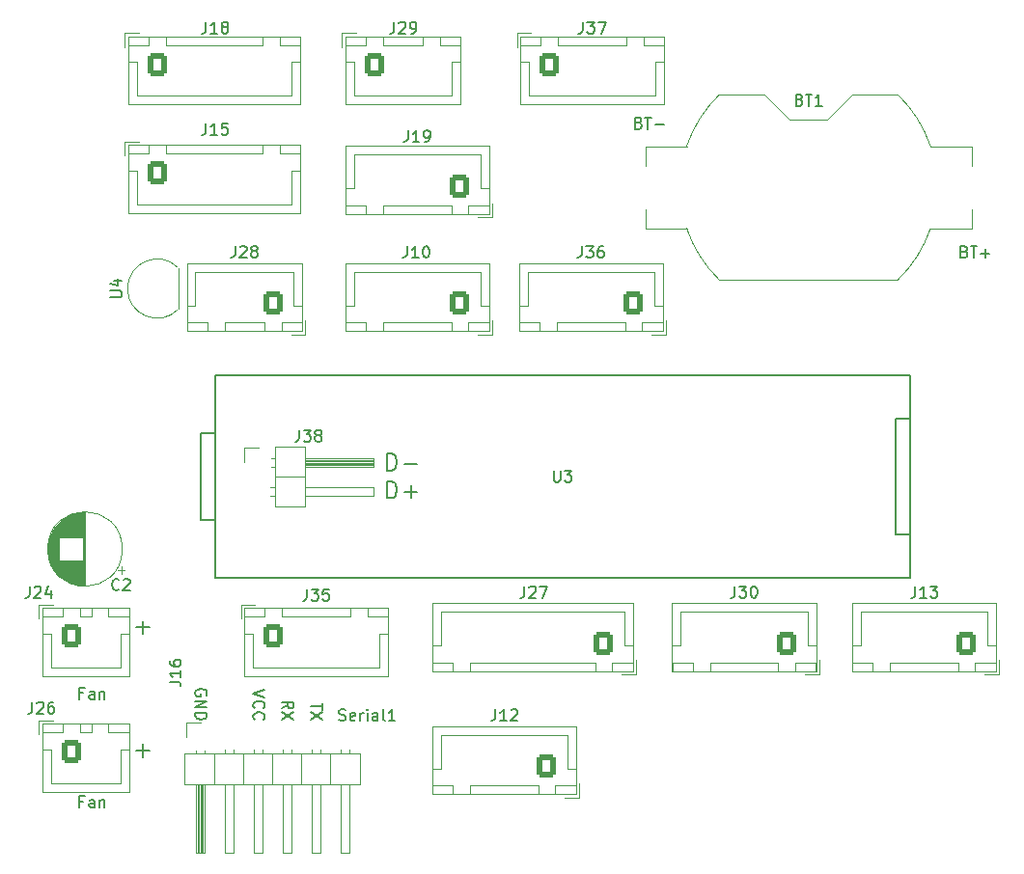
<source format=gto>
G04 #@! TF.GenerationSoftware,KiCad,Pcbnew,8.0.3*
G04 #@! TF.CreationDate,2024-06-28T11:21:49+02:00*
G04 #@! TF.ProjectId,Bobbycar_wiring,426f6262-7963-4617-925f-776972696e67,rev?*
G04 #@! TF.SameCoordinates,Original*
G04 #@! TF.FileFunction,Legend,Top*
G04 #@! TF.FilePolarity,Positive*
%FSLAX46Y46*%
G04 Gerber Fmt 4.6, Leading zero omitted, Abs format (unit mm)*
G04 Created by KiCad (PCBNEW 8.0.3) date 2024-06-28 11:21:49*
%MOMM*%
%LPD*%
G01*
G04 APERTURE LIST*
G04 Aperture macros list*
%AMRoundRect*
0 Rectangle with rounded corners*
0 $1 Rounding radius*
0 $2 $3 $4 $5 $6 $7 $8 $9 X,Y pos of 4 corners*
0 Add a 4 corners polygon primitive as box body*
4,1,4,$2,$3,$4,$5,$6,$7,$8,$9,$2,$3,0*
0 Add four circle primitives for the rounded corners*
1,1,$1+$1,$2,$3*
1,1,$1+$1,$4,$5*
1,1,$1+$1,$6,$7*
1,1,$1+$1,$8,$9*
0 Add four rect primitives between the rounded corners*
20,1,$1+$1,$2,$3,$4,$5,0*
20,1,$1+$1,$4,$5,$6,$7,0*
20,1,$1+$1,$6,$7,$8,$9,0*
20,1,$1+$1,$8,$9,$2,$3,0*%
G04 Aperture macros list end*
%ADD10C,0.200000*%
%ADD11C,0.150000*%
%ADD12C,0.120000*%
%ADD13R,1.500000X1.050000*%
%ADD14O,1.500000X1.050000*%
%ADD15R,1.600000X1.600000*%
%ADD16C,1.600000*%
%ADD17O,1.700000X1.700000*%
%ADD18R,1.700000X1.700000*%
%ADD19RoundRect,0.250000X-0.600000X-0.725000X0.600000X-0.725000X0.600000X0.725000X-0.600000X0.725000X0*%
%ADD20O,1.700000X1.950000*%
%ADD21RoundRect,0.250000X0.600000X0.725000X-0.600000X0.725000X-0.600000X-0.725000X0.600000X-0.725000X0*%
%ADD22O,1.700000X2.000000*%
%ADD23RoundRect,0.250000X-0.600000X-0.750000X0.600000X-0.750000X0.600000X0.750000X-0.600000X0.750000X0*%
%ADD24R,2.540000X3.510000*%
%ADD25C,3.200000*%
G04 APERTURE END LIST*
D10*
X103993720Y-80756070D02*
X103993720Y-79256070D01*
X103993720Y-79256070D02*
X104350863Y-79256070D01*
X104350863Y-79256070D02*
X104565149Y-79327499D01*
X104565149Y-79327499D02*
X104708006Y-79470356D01*
X104708006Y-79470356D02*
X104779435Y-79613213D01*
X104779435Y-79613213D02*
X104850863Y-79898927D01*
X104850863Y-79898927D02*
X104850863Y-80113213D01*
X104850863Y-80113213D02*
X104779435Y-80398927D01*
X104779435Y-80398927D02*
X104708006Y-80541784D01*
X104708006Y-80541784D02*
X104565149Y-80684642D01*
X104565149Y-80684642D02*
X104350863Y-80756070D01*
X104350863Y-80756070D02*
X103993720Y-80756070D01*
X105493720Y-80184642D02*
X106636578Y-80184642D01*
X103993720Y-83170986D02*
X103993720Y-81670986D01*
X103993720Y-81670986D02*
X104350863Y-81670986D01*
X104350863Y-81670986D02*
X104565149Y-81742415D01*
X104565149Y-81742415D02*
X104708006Y-81885272D01*
X104708006Y-81885272D02*
X104779435Y-82028129D01*
X104779435Y-82028129D02*
X104850863Y-82313843D01*
X104850863Y-82313843D02*
X104850863Y-82528129D01*
X104850863Y-82528129D02*
X104779435Y-82813843D01*
X104779435Y-82813843D02*
X104708006Y-82956700D01*
X104708006Y-82956700D02*
X104565149Y-83099558D01*
X104565149Y-83099558D02*
X104350863Y-83170986D01*
X104350863Y-83170986D02*
X103993720Y-83170986D01*
X105493720Y-82599558D02*
X106636578Y-82599558D01*
X106065149Y-83170986D02*
X106065149Y-82028129D01*
D11*
X126071428Y-50223009D02*
X126214285Y-50270628D01*
X126214285Y-50270628D02*
X126261904Y-50318247D01*
X126261904Y-50318247D02*
X126309523Y-50413485D01*
X126309523Y-50413485D02*
X126309523Y-50556342D01*
X126309523Y-50556342D02*
X126261904Y-50651580D01*
X126261904Y-50651580D02*
X126214285Y-50699200D01*
X126214285Y-50699200D02*
X126119047Y-50746819D01*
X126119047Y-50746819D02*
X125738095Y-50746819D01*
X125738095Y-50746819D02*
X125738095Y-49746819D01*
X125738095Y-49746819D02*
X126071428Y-49746819D01*
X126071428Y-49746819D02*
X126166666Y-49794438D01*
X126166666Y-49794438D02*
X126214285Y-49842057D01*
X126214285Y-49842057D02*
X126261904Y-49937295D01*
X126261904Y-49937295D02*
X126261904Y-50032533D01*
X126261904Y-50032533D02*
X126214285Y-50127771D01*
X126214285Y-50127771D02*
X126166666Y-50175390D01*
X126166666Y-50175390D02*
X126071428Y-50223009D01*
X126071428Y-50223009D02*
X125738095Y-50223009D01*
X126595238Y-49746819D02*
X127166666Y-49746819D01*
X126880952Y-50746819D02*
X126880952Y-49746819D01*
X127500000Y-50365866D02*
X128261905Y-50365866D01*
X154646428Y-61526009D02*
X154789285Y-61573628D01*
X154789285Y-61573628D02*
X154836904Y-61621247D01*
X154836904Y-61621247D02*
X154884523Y-61716485D01*
X154884523Y-61716485D02*
X154884523Y-61859342D01*
X154884523Y-61859342D02*
X154836904Y-61954580D01*
X154836904Y-61954580D02*
X154789285Y-62002200D01*
X154789285Y-62002200D02*
X154694047Y-62049819D01*
X154694047Y-62049819D02*
X154313095Y-62049819D01*
X154313095Y-62049819D02*
X154313095Y-61049819D01*
X154313095Y-61049819D02*
X154646428Y-61049819D01*
X154646428Y-61049819D02*
X154741666Y-61097438D01*
X154741666Y-61097438D02*
X154789285Y-61145057D01*
X154789285Y-61145057D02*
X154836904Y-61240295D01*
X154836904Y-61240295D02*
X154836904Y-61335533D01*
X154836904Y-61335533D02*
X154789285Y-61430771D01*
X154789285Y-61430771D02*
X154741666Y-61478390D01*
X154741666Y-61478390D02*
X154646428Y-61526009D01*
X154646428Y-61526009D02*
X154313095Y-61526009D01*
X155170238Y-61049819D02*
X155741666Y-61049819D01*
X155455952Y-62049819D02*
X155455952Y-61049819D01*
X156075000Y-61668866D02*
X156836905Y-61668866D01*
X156455952Y-62049819D02*
X156455952Y-61287914D01*
X98335180Y-101152268D02*
X98335180Y-101723696D01*
X97335180Y-101437982D02*
X98335180Y-101437982D01*
X98335180Y-101961792D02*
X97335180Y-102628458D01*
X98335180Y-102628458D02*
X97335180Y-101961792D01*
X94795180Y-101628458D02*
X95271371Y-101295125D01*
X94795180Y-101057030D02*
X95795180Y-101057030D01*
X95795180Y-101057030D02*
X95795180Y-101437982D01*
X95795180Y-101437982D02*
X95747561Y-101533220D01*
X95747561Y-101533220D02*
X95699942Y-101580839D01*
X95699942Y-101580839D02*
X95604704Y-101628458D01*
X95604704Y-101628458D02*
X95461847Y-101628458D01*
X95461847Y-101628458D02*
X95366609Y-101580839D01*
X95366609Y-101580839D02*
X95318990Y-101533220D01*
X95318990Y-101533220D02*
X95271371Y-101437982D01*
X95271371Y-101437982D02*
X95271371Y-101057030D01*
X95795180Y-101961792D02*
X94795180Y-102628458D01*
X95795180Y-102628458D02*
X94795180Y-101961792D01*
X99782619Y-102642200D02*
X99925476Y-102689819D01*
X99925476Y-102689819D02*
X100163571Y-102689819D01*
X100163571Y-102689819D02*
X100258809Y-102642200D01*
X100258809Y-102642200D02*
X100306428Y-102594580D01*
X100306428Y-102594580D02*
X100354047Y-102499342D01*
X100354047Y-102499342D02*
X100354047Y-102404104D01*
X100354047Y-102404104D02*
X100306428Y-102308866D01*
X100306428Y-102308866D02*
X100258809Y-102261247D01*
X100258809Y-102261247D02*
X100163571Y-102213628D01*
X100163571Y-102213628D02*
X99973095Y-102166009D01*
X99973095Y-102166009D02*
X99877857Y-102118390D01*
X99877857Y-102118390D02*
X99830238Y-102070771D01*
X99830238Y-102070771D02*
X99782619Y-101975533D01*
X99782619Y-101975533D02*
X99782619Y-101880295D01*
X99782619Y-101880295D02*
X99830238Y-101785057D01*
X99830238Y-101785057D02*
X99877857Y-101737438D01*
X99877857Y-101737438D02*
X99973095Y-101689819D01*
X99973095Y-101689819D02*
X100211190Y-101689819D01*
X100211190Y-101689819D02*
X100354047Y-101737438D01*
X101163571Y-102642200D02*
X101068333Y-102689819D01*
X101068333Y-102689819D02*
X100877857Y-102689819D01*
X100877857Y-102689819D02*
X100782619Y-102642200D01*
X100782619Y-102642200D02*
X100735000Y-102546961D01*
X100735000Y-102546961D02*
X100735000Y-102166009D01*
X100735000Y-102166009D02*
X100782619Y-102070771D01*
X100782619Y-102070771D02*
X100877857Y-102023152D01*
X100877857Y-102023152D02*
X101068333Y-102023152D01*
X101068333Y-102023152D02*
X101163571Y-102070771D01*
X101163571Y-102070771D02*
X101211190Y-102166009D01*
X101211190Y-102166009D02*
X101211190Y-102261247D01*
X101211190Y-102261247D02*
X100735000Y-102356485D01*
X101639762Y-102689819D02*
X101639762Y-102023152D01*
X101639762Y-102213628D02*
X101687381Y-102118390D01*
X101687381Y-102118390D02*
X101735000Y-102070771D01*
X101735000Y-102070771D02*
X101830238Y-102023152D01*
X101830238Y-102023152D02*
X101925476Y-102023152D01*
X102258810Y-102689819D02*
X102258810Y-102023152D01*
X102258810Y-101689819D02*
X102211191Y-101737438D01*
X102211191Y-101737438D02*
X102258810Y-101785057D01*
X102258810Y-101785057D02*
X102306429Y-101737438D01*
X102306429Y-101737438D02*
X102258810Y-101689819D01*
X102258810Y-101689819D02*
X102258810Y-101785057D01*
X103163571Y-102689819D02*
X103163571Y-102166009D01*
X103163571Y-102166009D02*
X103115952Y-102070771D01*
X103115952Y-102070771D02*
X103020714Y-102023152D01*
X103020714Y-102023152D02*
X102830238Y-102023152D01*
X102830238Y-102023152D02*
X102735000Y-102070771D01*
X103163571Y-102642200D02*
X103068333Y-102689819D01*
X103068333Y-102689819D02*
X102830238Y-102689819D01*
X102830238Y-102689819D02*
X102735000Y-102642200D01*
X102735000Y-102642200D02*
X102687381Y-102546961D01*
X102687381Y-102546961D02*
X102687381Y-102451723D01*
X102687381Y-102451723D02*
X102735000Y-102356485D01*
X102735000Y-102356485D02*
X102830238Y-102308866D01*
X102830238Y-102308866D02*
X103068333Y-102308866D01*
X103068333Y-102308866D02*
X103163571Y-102261247D01*
X103782619Y-102689819D02*
X103687381Y-102642200D01*
X103687381Y-102642200D02*
X103639762Y-102546961D01*
X103639762Y-102546961D02*
X103639762Y-101689819D01*
X104687381Y-102689819D02*
X104115953Y-102689819D01*
X104401667Y-102689819D02*
X104401667Y-101689819D01*
X104401667Y-101689819D02*
X104306429Y-101832676D01*
X104306429Y-101832676D02*
X104211191Y-101927914D01*
X104211191Y-101927914D02*
X104115953Y-101975533D01*
X77343095Y-109786009D02*
X77009762Y-109786009D01*
X77009762Y-110309819D02*
X77009762Y-109309819D01*
X77009762Y-109309819D02*
X77485952Y-109309819D01*
X78295476Y-110309819D02*
X78295476Y-109786009D01*
X78295476Y-109786009D02*
X78247857Y-109690771D01*
X78247857Y-109690771D02*
X78152619Y-109643152D01*
X78152619Y-109643152D02*
X77962143Y-109643152D01*
X77962143Y-109643152D02*
X77866905Y-109690771D01*
X78295476Y-110262200D02*
X78200238Y-110309819D01*
X78200238Y-110309819D02*
X77962143Y-110309819D01*
X77962143Y-110309819D02*
X77866905Y-110262200D01*
X77866905Y-110262200D02*
X77819286Y-110166961D01*
X77819286Y-110166961D02*
X77819286Y-110071723D01*
X77819286Y-110071723D02*
X77866905Y-109976485D01*
X77866905Y-109976485D02*
X77962143Y-109928866D01*
X77962143Y-109928866D02*
X78200238Y-109928866D01*
X78200238Y-109928866D02*
X78295476Y-109881247D01*
X78771667Y-109643152D02*
X78771667Y-110309819D01*
X78771667Y-109738390D02*
X78819286Y-109690771D01*
X78819286Y-109690771D02*
X78914524Y-109643152D01*
X78914524Y-109643152D02*
X79057381Y-109643152D01*
X79057381Y-109643152D02*
X79152619Y-109690771D01*
X79152619Y-109690771D02*
X79200238Y-109786009D01*
X79200238Y-109786009D02*
X79200238Y-110309819D01*
X88127561Y-100485601D02*
X88175180Y-100390363D01*
X88175180Y-100390363D02*
X88175180Y-100247506D01*
X88175180Y-100247506D02*
X88127561Y-100104649D01*
X88127561Y-100104649D02*
X88032323Y-100009411D01*
X88032323Y-100009411D02*
X87937085Y-99961792D01*
X87937085Y-99961792D02*
X87746609Y-99914173D01*
X87746609Y-99914173D02*
X87603752Y-99914173D01*
X87603752Y-99914173D02*
X87413276Y-99961792D01*
X87413276Y-99961792D02*
X87318038Y-100009411D01*
X87318038Y-100009411D02*
X87222800Y-100104649D01*
X87222800Y-100104649D02*
X87175180Y-100247506D01*
X87175180Y-100247506D02*
X87175180Y-100342744D01*
X87175180Y-100342744D02*
X87222800Y-100485601D01*
X87222800Y-100485601D02*
X87270419Y-100533220D01*
X87270419Y-100533220D02*
X87603752Y-100533220D01*
X87603752Y-100533220D02*
X87603752Y-100342744D01*
X87175180Y-100961792D02*
X88175180Y-100961792D01*
X88175180Y-100961792D02*
X87175180Y-101533220D01*
X87175180Y-101533220D02*
X88175180Y-101533220D01*
X87175180Y-102009411D02*
X88175180Y-102009411D01*
X88175180Y-102009411D02*
X88175180Y-102247506D01*
X88175180Y-102247506D02*
X88127561Y-102390363D01*
X88127561Y-102390363D02*
X88032323Y-102485601D01*
X88032323Y-102485601D02*
X87937085Y-102533220D01*
X87937085Y-102533220D02*
X87746609Y-102580839D01*
X87746609Y-102580839D02*
X87603752Y-102580839D01*
X87603752Y-102580839D02*
X87413276Y-102533220D01*
X87413276Y-102533220D02*
X87318038Y-102485601D01*
X87318038Y-102485601D02*
X87222800Y-102390363D01*
X87222800Y-102390363D02*
X87175180Y-102247506D01*
X87175180Y-102247506D02*
X87175180Y-102009411D01*
X83121428Y-94500300D02*
X81978571Y-94500300D01*
X82549999Y-93928871D02*
X82549999Y-95071728D01*
X83121428Y-105295300D02*
X81978571Y-105295300D01*
X82549999Y-104723871D02*
X82549999Y-105866728D01*
X93255180Y-100009411D02*
X92255180Y-100342744D01*
X92255180Y-100342744D02*
X93255180Y-100676077D01*
X92350419Y-101580839D02*
X92302800Y-101533220D01*
X92302800Y-101533220D02*
X92255180Y-101390363D01*
X92255180Y-101390363D02*
X92255180Y-101295125D01*
X92255180Y-101295125D02*
X92302800Y-101152268D01*
X92302800Y-101152268D02*
X92398038Y-101057030D01*
X92398038Y-101057030D02*
X92493276Y-101009411D01*
X92493276Y-101009411D02*
X92683752Y-100961792D01*
X92683752Y-100961792D02*
X92826609Y-100961792D01*
X92826609Y-100961792D02*
X93017085Y-101009411D01*
X93017085Y-101009411D02*
X93112323Y-101057030D01*
X93112323Y-101057030D02*
X93207561Y-101152268D01*
X93207561Y-101152268D02*
X93255180Y-101295125D01*
X93255180Y-101295125D02*
X93255180Y-101390363D01*
X93255180Y-101390363D02*
X93207561Y-101533220D01*
X93207561Y-101533220D02*
X93159942Y-101580839D01*
X92350419Y-102580839D02*
X92302800Y-102533220D01*
X92302800Y-102533220D02*
X92255180Y-102390363D01*
X92255180Y-102390363D02*
X92255180Y-102295125D01*
X92255180Y-102295125D02*
X92302800Y-102152268D01*
X92302800Y-102152268D02*
X92398038Y-102057030D01*
X92398038Y-102057030D02*
X92493276Y-102009411D01*
X92493276Y-102009411D02*
X92683752Y-101961792D01*
X92683752Y-101961792D02*
X92826609Y-101961792D01*
X92826609Y-101961792D02*
X93017085Y-102009411D01*
X93017085Y-102009411D02*
X93112323Y-102057030D01*
X93112323Y-102057030D02*
X93207561Y-102152268D01*
X93207561Y-102152268D02*
X93255180Y-102295125D01*
X93255180Y-102295125D02*
X93255180Y-102390363D01*
X93255180Y-102390363D02*
X93207561Y-102533220D01*
X93207561Y-102533220D02*
X93159942Y-102580839D01*
X77343095Y-100261009D02*
X77009762Y-100261009D01*
X77009762Y-100784819D02*
X77009762Y-99784819D01*
X77009762Y-99784819D02*
X77485952Y-99784819D01*
X78295476Y-100784819D02*
X78295476Y-100261009D01*
X78295476Y-100261009D02*
X78247857Y-100165771D01*
X78247857Y-100165771D02*
X78152619Y-100118152D01*
X78152619Y-100118152D02*
X77962143Y-100118152D01*
X77962143Y-100118152D02*
X77866905Y-100165771D01*
X78295476Y-100737200D02*
X78200238Y-100784819D01*
X78200238Y-100784819D02*
X77962143Y-100784819D01*
X77962143Y-100784819D02*
X77866905Y-100737200D01*
X77866905Y-100737200D02*
X77819286Y-100641961D01*
X77819286Y-100641961D02*
X77819286Y-100546723D01*
X77819286Y-100546723D02*
X77866905Y-100451485D01*
X77866905Y-100451485D02*
X77962143Y-100403866D01*
X77962143Y-100403866D02*
X78200238Y-100403866D01*
X78200238Y-100403866D02*
X78295476Y-100356247D01*
X78771667Y-100118152D02*
X78771667Y-100784819D01*
X78771667Y-100213390D02*
X78819286Y-100165771D01*
X78819286Y-100165771D02*
X78914524Y-100118152D01*
X78914524Y-100118152D02*
X79057381Y-100118152D01*
X79057381Y-100118152D02*
X79152619Y-100165771D01*
X79152619Y-100165771D02*
X79200238Y-100261009D01*
X79200238Y-100261009D02*
X79200238Y-100784819D01*
X79714819Y-65531904D02*
X80524342Y-65531904D01*
X80524342Y-65531904D02*
X80619580Y-65484285D01*
X80619580Y-65484285D02*
X80667200Y-65436666D01*
X80667200Y-65436666D02*
X80714819Y-65341428D01*
X80714819Y-65341428D02*
X80714819Y-65150952D01*
X80714819Y-65150952D02*
X80667200Y-65055714D01*
X80667200Y-65055714D02*
X80619580Y-65008095D01*
X80619580Y-65008095D02*
X80524342Y-64960476D01*
X80524342Y-64960476D02*
X79714819Y-64960476D01*
X80048152Y-64055714D02*
X80714819Y-64055714D01*
X79667200Y-64293809D02*
X80381485Y-64531904D01*
X80381485Y-64531904D02*
X80381485Y-63912857D01*
X118618095Y-80734819D02*
X118618095Y-81544342D01*
X118618095Y-81544342D02*
X118665714Y-81639580D01*
X118665714Y-81639580D02*
X118713333Y-81687200D01*
X118713333Y-81687200D02*
X118808571Y-81734819D01*
X118808571Y-81734819D02*
X118999047Y-81734819D01*
X118999047Y-81734819D02*
X119094285Y-81687200D01*
X119094285Y-81687200D02*
X119141904Y-81639580D01*
X119141904Y-81639580D02*
X119189523Y-81544342D01*
X119189523Y-81544342D02*
X119189523Y-80734819D01*
X119570476Y-80734819D02*
X120189523Y-80734819D01*
X120189523Y-80734819D02*
X119856190Y-81115771D01*
X119856190Y-81115771D02*
X119999047Y-81115771D01*
X119999047Y-81115771D02*
X120094285Y-81163390D01*
X120094285Y-81163390D02*
X120141904Y-81211009D01*
X120141904Y-81211009D02*
X120189523Y-81306247D01*
X120189523Y-81306247D02*
X120189523Y-81544342D01*
X120189523Y-81544342D02*
X120141904Y-81639580D01*
X120141904Y-81639580D02*
X120094285Y-81687200D01*
X120094285Y-81687200D02*
X119999047Y-81734819D01*
X119999047Y-81734819D02*
X119713333Y-81734819D01*
X119713333Y-81734819D02*
X119618095Y-81687200D01*
X119618095Y-81687200D02*
X119570476Y-81639580D01*
X96285476Y-77194819D02*
X96285476Y-77909104D01*
X96285476Y-77909104D02*
X96237857Y-78051961D01*
X96237857Y-78051961D02*
X96142619Y-78147200D01*
X96142619Y-78147200D02*
X95999762Y-78194819D01*
X95999762Y-78194819D02*
X95904524Y-78194819D01*
X96666429Y-77194819D02*
X97285476Y-77194819D01*
X97285476Y-77194819D02*
X96952143Y-77575771D01*
X96952143Y-77575771D02*
X97095000Y-77575771D01*
X97095000Y-77575771D02*
X97190238Y-77623390D01*
X97190238Y-77623390D02*
X97237857Y-77671009D01*
X97237857Y-77671009D02*
X97285476Y-77766247D01*
X97285476Y-77766247D02*
X97285476Y-78004342D01*
X97285476Y-78004342D02*
X97237857Y-78099580D01*
X97237857Y-78099580D02*
X97190238Y-78147200D01*
X97190238Y-78147200D02*
X97095000Y-78194819D01*
X97095000Y-78194819D02*
X96809286Y-78194819D01*
X96809286Y-78194819D02*
X96714048Y-78147200D01*
X96714048Y-78147200D02*
X96666429Y-78099580D01*
X97856905Y-77623390D02*
X97761667Y-77575771D01*
X97761667Y-77575771D02*
X97714048Y-77528152D01*
X97714048Y-77528152D02*
X97666429Y-77432914D01*
X97666429Y-77432914D02*
X97666429Y-77385295D01*
X97666429Y-77385295D02*
X97714048Y-77290057D01*
X97714048Y-77290057D02*
X97761667Y-77242438D01*
X97761667Y-77242438D02*
X97856905Y-77194819D01*
X97856905Y-77194819D02*
X98047381Y-77194819D01*
X98047381Y-77194819D02*
X98142619Y-77242438D01*
X98142619Y-77242438D02*
X98190238Y-77290057D01*
X98190238Y-77290057D02*
X98237857Y-77385295D01*
X98237857Y-77385295D02*
X98237857Y-77432914D01*
X98237857Y-77432914D02*
X98190238Y-77528152D01*
X98190238Y-77528152D02*
X98142619Y-77575771D01*
X98142619Y-77575771D02*
X98047381Y-77623390D01*
X98047381Y-77623390D02*
X97856905Y-77623390D01*
X97856905Y-77623390D02*
X97761667Y-77671009D01*
X97761667Y-77671009D02*
X97714048Y-77718628D01*
X97714048Y-77718628D02*
X97666429Y-77813866D01*
X97666429Y-77813866D02*
X97666429Y-78004342D01*
X97666429Y-78004342D02*
X97714048Y-78099580D01*
X97714048Y-78099580D02*
X97761667Y-78147200D01*
X97761667Y-78147200D02*
X97856905Y-78194819D01*
X97856905Y-78194819D02*
X98047381Y-78194819D01*
X98047381Y-78194819D02*
X98142619Y-78147200D01*
X98142619Y-78147200D02*
X98190238Y-78099580D01*
X98190238Y-78099580D02*
X98237857Y-78004342D01*
X98237857Y-78004342D02*
X98237857Y-77813866D01*
X98237857Y-77813866D02*
X98190238Y-77718628D01*
X98190238Y-77718628D02*
X98142619Y-77671009D01*
X98142619Y-77671009D02*
X98047381Y-77623390D01*
X96960476Y-91154819D02*
X96960476Y-91869104D01*
X96960476Y-91869104D02*
X96912857Y-92011961D01*
X96912857Y-92011961D02*
X96817619Y-92107200D01*
X96817619Y-92107200D02*
X96674762Y-92154819D01*
X96674762Y-92154819D02*
X96579524Y-92154819D01*
X97341429Y-91154819D02*
X97960476Y-91154819D01*
X97960476Y-91154819D02*
X97627143Y-91535771D01*
X97627143Y-91535771D02*
X97770000Y-91535771D01*
X97770000Y-91535771D02*
X97865238Y-91583390D01*
X97865238Y-91583390D02*
X97912857Y-91631009D01*
X97912857Y-91631009D02*
X97960476Y-91726247D01*
X97960476Y-91726247D02*
X97960476Y-91964342D01*
X97960476Y-91964342D02*
X97912857Y-92059580D01*
X97912857Y-92059580D02*
X97865238Y-92107200D01*
X97865238Y-92107200D02*
X97770000Y-92154819D01*
X97770000Y-92154819D02*
X97484286Y-92154819D01*
X97484286Y-92154819D02*
X97389048Y-92107200D01*
X97389048Y-92107200D02*
X97341429Y-92059580D01*
X98865238Y-91154819D02*
X98389048Y-91154819D01*
X98389048Y-91154819D02*
X98341429Y-91631009D01*
X98341429Y-91631009D02*
X98389048Y-91583390D01*
X98389048Y-91583390D02*
X98484286Y-91535771D01*
X98484286Y-91535771D02*
X98722381Y-91535771D01*
X98722381Y-91535771D02*
X98817619Y-91583390D01*
X98817619Y-91583390D02*
X98865238Y-91631009D01*
X98865238Y-91631009D02*
X98912857Y-91726247D01*
X98912857Y-91726247D02*
X98912857Y-91964342D01*
X98912857Y-91964342D02*
X98865238Y-92059580D01*
X98865238Y-92059580D02*
X98817619Y-92107200D01*
X98817619Y-92107200D02*
X98722381Y-92154819D01*
X98722381Y-92154819D02*
X98484286Y-92154819D01*
X98484286Y-92154819D02*
X98389048Y-92107200D01*
X98389048Y-92107200D02*
X98341429Y-92059580D01*
X121170476Y-41364819D02*
X121170476Y-42079104D01*
X121170476Y-42079104D02*
X121122857Y-42221961D01*
X121122857Y-42221961D02*
X121027619Y-42317200D01*
X121027619Y-42317200D02*
X120884762Y-42364819D01*
X120884762Y-42364819D02*
X120789524Y-42364819D01*
X121551429Y-41364819D02*
X122170476Y-41364819D01*
X122170476Y-41364819D02*
X121837143Y-41745771D01*
X121837143Y-41745771D02*
X121980000Y-41745771D01*
X121980000Y-41745771D02*
X122075238Y-41793390D01*
X122075238Y-41793390D02*
X122122857Y-41841009D01*
X122122857Y-41841009D02*
X122170476Y-41936247D01*
X122170476Y-41936247D02*
X122170476Y-42174342D01*
X122170476Y-42174342D02*
X122122857Y-42269580D01*
X122122857Y-42269580D02*
X122075238Y-42317200D01*
X122075238Y-42317200D02*
X121980000Y-42364819D01*
X121980000Y-42364819D02*
X121694286Y-42364819D01*
X121694286Y-42364819D02*
X121599048Y-42317200D01*
X121599048Y-42317200D02*
X121551429Y-42269580D01*
X122503810Y-41364819D02*
X123170476Y-41364819D01*
X123170476Y-41364819D02*
X122741905Y-42364819D01*
X121070476Y-61049819D02*
X121070476Y-61764104D01*
X121070476Y-61764104D02*
X121022857Y-61906961D01*
X121022857Y-61906961D02*
X120927619Y-62002200D01*
X120927619Y-62002200D02*
X120784762Y-62049819D01*
X120784762Y-62049819D02*
X120689524Y-62049819D01*
X121451429Y-61049819D02*
X122070476Y-61049819D01*
X122070476Y-61049819D02*
X121737143Y-61430771D01*
X121737143Y-61430771D02*
X121880000Y-61430771D01*
X121880000Y-61430771D02*
X121975238Y-61478390D01*
X121975238Y-61478390D02*
X122022857Y-61526009D01*
X122022857Y-61526009D02*
X122070476Y-61621247D01*
X122070476Y-61621247D02*
X122070476Y-61859342D01*
X122070476Y-61859342D02*
X122022857Y-61954580D01*
X122022857Y-61954580D02*
X121975238Y-62002200D01*
X121975238Y-62002200D02*
X121880000Y-62049819D01*
X121880000Y-62049819D02*
X121594286Y-62049819D01*
X121594286Y-62049819D02*
X121499048Y-62002200D01*
X121499048Y-62002200D02*
X121451429Y-61954580D01*
X122927619Y-61049819D02*
X122737143Y-61049819D01*
X122737143Y-61049819D02*
X122641905Y-61097438D01*
X122641905Y-61097438D02*
X122594286Y-61145057D01*
X122594286Y-61145057D02*
X122499048Y-61287914D01*
X122499048Y-61287914D02*
X122451429Y-61478390D01*
X122451429Y-61478390D02*
X122451429Y-61859342D01*
X122451429Y-61859342D02*
X122499048Y-61954580D01*
X122499048Y-61954580D02*
X122546667Y-62002200D01*
X122546667Y-62002200D02*
X122641905Y-62049819D01*
X122641905Y-62049819D02*
X122832381Y-62049819D01*
X122832381Y-62049819D02*
X122927619Y-62002200D01*
X122927619Y-62002200D02*
X122975238Y-61954580D01*
X122975238Y-61954580D02*
X123022857Y-61859342D01*
X123022857Y-61859342D02*
X123022857Y-61621247D01*
X123022857Y-61621247D02*
X122975238Y-61526009D01*
X122975238Y-61526009D02*
X122927619Y-61478390D01*
X122927619Y-61478390D02*
X122832381Y-61430771D01*
X122832381Y-61430771D02*
X122641905Y-61430771D01*
X122641905Y-61430771D02*
X122546667Y-61478390D01*
X122546667Y-61478390D02*
X122499048Y-61526009D01*
X122499048Y-61526009D02*
X122451429Y-61621247D01*
X134505476Y-90894819D02*
X134505476Y-91609104D01*
X134505476Y-91609104D02*
X134457857Y-91751961D01*
X134457857Y-91751961D02*
X134362619Y-91847200D01*
X134362619Y-91847200D02*
X134219762Y-91894819D01*
X134219762Y-91894819D02*
X134124524Y-91894819D01*
X134886429Y-90894819D02*
X135505476Y-90894819D01*
X135505476Y-90894819D02*
X135172143Y-91275771D01*
X135172143Y-91275771D02*
X135315000Y-91275771D01*
X135315000Y-91275771D02*
X135410238Y-91323390D01*
X135410238Y-91323390D02*
X135457857Y-91371009D01*
X135457857Y-91371009D02*
X135505476Y-91466247D01*
X135505476Y-91466247D02*
X135505476Y-91704342D01*
X135505476Y-91704342D02*
X135457857Y-91799580D01*
X135457857Y-91799580D02*
X135410238Y-91847200D01*
X135410238Y-91847200D02*
X135315000Y-91894819D01*
X135315000Y-91894819D02*
X135029286Y-91894819D01*
X135029286Y-91894819D02*
X134934048Y-91847200D01*
X134934048Y-91847200D02*
X134886429Y-91799580D01*
X136124524Y-90894819D02*
X136219762Y-90894819D01*
X136219762Y-90894819D02*
X136315000Y-90942438D01*
X136315000Y-90942438D02*
X136362619Y-90990057D01*
X136362619Y-90990057D02*
X136410238Y-91085295D01*
X136410238Y-91085295D02*
X136457857Y-91275771D01*
X136457857Y-91275771D02*
X136457857Y-91513866D01*
X136457857Y-91513866D02*
X136410238Y-91704342D01*
X136410238Y-91704342D02*
X136362619Y-91799580D01*
X136362619Y-91799580D02*
X136315000Y-91847200D01*
X136315000Y-91847200D02*
X136219762Y-91894819D01*
X136219762Y-91894819D02*
X136124524Y-91894819D01*
X136124524Y-91894819D02*
X136029286Y-91847200D01*
X136029286Y-91847200D02*
X135981667Y-91799580D01*
X135981667Y-91799580D02*
X135934048Y-91704342D01*
X135934048Y-91704342D02*
X135886429Y-91513866D01*
X135886429Y-91513866D02*
X135886429Y-91275771D01*
X135886429Y-91275771D02*
X135934048Y-91085295D01*
X135934048Y-91085295D02*
X135981667Y-90990057D01*
X135981667Y-90990057D02*
X136029286Y-90942438D01*
X136029286Y-90942438D02*
X136124524Y-90894819D01*
X105810476Y-50889819D02*
X105810476Y-51604104D01*
X105810476Y-51604104D02*
X105762857Y-51746961D01*
X105762857Y-51746961D02*
X105667619Y-51842200D01*
X105667619Y-51842200D02*
X105524762Y-51889819D01*
X105524762Y-51889819D02*
X105429524Y-51889819D01*
X106810476Y-51889819D02*
X106239048Y-51889819D01*
X106524762Y-51889819D02*
X106524762Y-50889819D01*
X106524762Y-50889819D02*
X106429524Y-51032676D01*
X106429524Y-51032676D02*
X106334286Y-51127914D01*
X106334286Y-51127914D02*
X106239048Y-51175533D01*
X107286667Y-51889819D02*
X107477143Y-51889819D01*
X107477143Y-51889819D02*
X107572381Y-51842200D01*
X107572381Y-51842200D02*
X107620000Y-51794580D01*
X107620000Y-51794580D02*
X107715238Y-51651723D01*
X107715238Y-51651723D02*
X107762857Y-51461247D01*
X107762857Y-51461247D02*
X107762857Y-51080295D01*
X107762857Y-51080295D02*
X107715238Y-50985057D01*
X107715238Y-50985057D02*
X107667619Y-50937438D01*
X107667619Y-50937438D02*
X107572381Y-50889819D01*
X107572381Y-50889819D02*
X107381905Y-50889819D01*
X107381905Y-50889819D02*
X107286667Y-50937438D01*
X107286667Y-50937438D02*
X107239048Y-50985057D01*
X107239048Y-50985057D02*
X107191429Y-51080295D01*
X107191429Y-51080295D02*
X107191429Y-51318390D01*
X107191429Y-51318390D02*
X107239048Y-51413628D01*
X107239048Y-51413628D02*
X107286667Y-51461247D01*
X107286667Y-51461247D02*
X107381905Y-51508866D01*
X107381905Y-51508866D02*
X107572381Y-51508866D01*
X107572381Y-51508866D02*
X107667619Y-51461247D01*
X107667619Y-51461247D02*
X107715238Y-51413628D01*
X107715238Y-51413628D02*
X107762857Y-51318390D01*
X113490476Y-101689819D02*
X113490476Y-102404104D01*
X113490476Y-102404104D02*
X113442857Y-102546961D01*
X113442857Y-102546961D02*
X113347619Y-102642200D01*
X113347619Y-102642200D02*
X113204762Y-102689819D01*
X113204762Y-102689819D02*
X113109524Y-102689819D01*
X114490476Y-102689819D02*
X113919048Y-102689819D01*
X114204762Y-102689819D02*
X114204762Y-101689819D01*
X114204762Y-101689819D02*
X114109524Y-101832676D01*
X114109524Y-101832676D02*
X114014286Y-101927914D01*
X114014286Y-101927914D02*
X113919048Y-101975533D01*
X114871429Y-101785057D02*
X114919048Y-101737438D01*
X114919048Y-101737438D02*
X115014286Y-101689819D01*
X115014286Y-101689819D02*
X115252381Y-101689819D01*
X115252381Y-101689819D02*
X115347619Y-101737438D01*
X115347619Y-101737438D02*
X115395238Y-101785057D01*
X115395238Y-101785057D02*
X115442857Y-101880295D01*
X115442857Y-101880295D02*
X115442857Y-101975533D01*
X115442857Y-101975533D02*
X115395238Y-102118390D01*
X115395238Y-102118390D02*
X114823810Y-102689819D01*
X114823810Y-102689819D02*
X115442857Y-102689819D01*
X88090476Y-41364819D02*
X88090476Y-42079104D01*
X88090476Y-42079104D02*
X88042857Y-42221961D01*
X88042857Y-42221961D02*
X87947619Y-42317200D01*
X87947619Y-42317200D02*
X87804762Y-42364819D01*
X87804762Y-42364819D02*
X87709524Y-42364819D01*
X89090476Y-42364819D02*
X88519048Y-42364819D01*
X88804762Y-42364819D02*
X88804762Y-41364819D01*
X88804762Y-41364819D02*
X88709524Y-41507676D01*
X88709524Y-41507676D02*
X88614286Y-41602914D01*
X88614286Y-41602914D02*
X88519048Y-41650533D01*
X89661905Y-41793390D02*
X89566667Y-41745771D01*
X89566667Y-41745771D02*
X89519048Y-41698152D01*
X89519048Y-41698152D02*
X89471429Y-41602914D01*
X89471429Y-41602914D02*
X89471429Y-41555295D01*
X89471429Y-41555295D02*
X89519048Y-41460057D01*
X89519048Y-41460057D02*
X89566667Y-41412438D01*
X89566667Y-41412438D02*
X89661905Y-41364819D01*
X89661905Y-41364819D02*
X89852381Y-41364819D01*
X89852381Y-41364819D02*
X89947619Y-41412438D01*
X89947619Y-41412438D02*
X89995238Y-41460057D01*
X89995238Y-41460057D02*
X90042857Y-41555295D01*
X90042857Y-41555295D02*
X90042857Y-41602914D01*
X90042857Y-41602914D02*
X89995238Y-41698152D01*
X89995238Y-41698152D02*
X89947619Y-41745771D01*
X89947619Y-41745771D02*
X89852381Y-41793390D01*
X89852381Y-41793390D02*
X89661905Y-41793390D01*
X89661905Y-41793390D02*
X89566667Y-41841009D01*
X89566667Y-41841009D02*
X89519048Y-41888628D01*
X89519048Y-41888628D02*
X89471429Y-41983866D01*
X89471429Y-41983866D02*
X89471429Y-42174342D01*
X89471429Y-42174342D02*
X89519048Y-42269580D01*
X89519048Y-42269580D02*
X89566667Y-42317200D01*
X89566667Y-42317200D02*
X89661905Y-42364819D01*
X89661905Y-42364819D02*
X89852381Y-42364819D01*
X89852381Y-42364819D02*
X89947619Y-42317200D01*
X89947619Y-42317200D02*
X89995238Y-42269580D01*
X89995238Y-42269580D02*
X90042857Y-42174342D01*
X90042857Y-42174342D02*
X90042857Y-41983866D01*
X90042857Y-41983866D02*
X89995238Y-41888628D01*
X89995238Y-41888628D02*
X89947619Y-41841009D01*
X89947619Y-41841009D02*
X89852381Y-41793390D01*
X72630476Y-90894819D02*
X72630476Y-91609104D01*
X72630476Y-91609104D02*
X72582857Y-91751961D01*
X72582857Y-91751961D02*
X72487619Y-91847200D01*
X72487619Y-91847200D02*
X72344762Y-91894819D01*
X72344762Y-91894819D02*
X72249524Y-91894819D01*
X73059048Y-90990057D02*
X73106667Y-90942438D01*
X73106667Y-90942438D02*
X73201905Y-90894819D01*
X73201905Y-90894819D02*
X73440000Y-90894819D01*
X73440000Y-90894819D02*
X73535238Y-90942438D01*
X73535238Y-90942438D02*
X73582857Y-90990057D01*
X73582857Y-90990057D02*
X73630476Y-91085295D01*
X73630476Y-91085295D02*
X73630476Y-91180533D01*
X73630476Y-91180533D02*
X73582857Y-91323390D01*
X73582857Y-91323390D02*
X73011429Y-91894819D01*
X73011429Y-91894819D02*
X73630476Y-91894819D01*
X74487619Y-91228152D02*
X74487619Y-91894819D01*
X74249524Y-90847200D02*
X74011429Y-91561485D01*
X74011429Y-91561485D02*
X74630476Y-91561485D01*
X140184285Y-48191009D02*
X140327142Y-48238628D01*
X140327142Y-48238628D02*
X140374761Y-48286247D01*
X140374761Y-48286247D02*
X140422380Y-48381485D01*
X140422380Y-48381485D02*
X140422380Y-48524342D01*
X140422380Y-48524342D02*
X140374761Y-48619580D01*
X140374761Y-48619580D02*
X140327142Y-48667200D01*
X140327142Y-48667200D02*
X140231904Y-48714819D01*
X140231904Y-48714819D02*
X139850952Y-48714819D01*
X139850952Y-48714819D02*
X139850952Y-47714819D01*
X139850952Y-47714819D02*
X140184285Y-47714819D01*
X140184285Y-47714819D02*
X140279523Y-47762438D01*
X140279523Y-47762438D02*
X140327142Y-47810057D01*
X140327142Y-47810057D02*
X140374761Y-47905295D01*
X140374761Y-47905295D02*
X140374761Y-48000533D01*
X140374761Y-48000533D02*
X140327142Y-48095771D01*
X140327142Y-48095771D02*
X140279523Y-48143390D01*
X140279523Y-48143390D02*
X140184285Y-48191009D01*
X140184285Y-48191009D02*
X139850952Y-48191009D01*
X140708095Y-47714819D02*
X141279523Y-47714819D01*
X140993809Y-48714819D02*
X140993809Y-47714819D01*
X142136666Y-48714819D02*
X141565238Y-48714819D01*
X141850952Y-48714819D02*
X141850952Y-47714819D01*
X141850952Y-47714819D02*
X141755714Y-47857676D01*
X141755714Y-47857676D02*
X141660476Y-47952914D01*
X141660476Y-47952914D02*
X141565238Y-48000533D01*
X116030476Y-90894819D02*
X116030476Y-91609104D01*
X116030476Y-91609104D02*
X115982857Y-91751961D01*
X115982857Y-91751961D02*
X115887619Y-91847200D01*
X115887619Y-91847200D02*
X115744762Y-91894819D01*
X115744762Y-91894819D02*
X115649524Y-91894819D01*
X116459048Y-90990057D02*
X116506667Y-90942438D01*
X116506667Y-90942438D02*
X116601905Y-90894819D01*
X116601905Y-90894819D02*
X116840000Y-90894819D01*
X116840000Y-90894819D02*
X116935238Y-90942438D01*
X116935238Y-90942438D02*
X116982857Y-90990057D01*
X116982857Y-90990057D02*
X117030476Y-91085295D01*
X117030476Y-91085295D02*
X117030476Y-91180533D01*
X117030476Y-91180533D02*
X116982857Y-91323390D01*
X116982857Y-91323390D02*
X116411429Y-91894819D01*
X116411429Y-91894819D02*
X117030476Y-91894819D01*
X117363810Y-90894819D02*
X118030476Y-90894819D01*
X118030476Y-90894819D02*
X117601905Y-91894819D01*
X72850476Y-101054819D02*
X72850476Y-101769104D01*
X72850476Y-101769104D02*
X72802857Y-101911961D01*
X72802857Y-101911961D02*
X72707619Y-102007200D01*
X72707619Y-102007200D02*
X72564762Y-102054819D01*
X72564762Y-102054819D02*
X72469524Y-102054819D01*
X73279048Y-101150057D02*
X73326667Y-101102438D01*
X73326667Y-101102438D02*
X73421905Y-101054819D01*
X73421905Y-101054819D02*
X73660000Y-101054819D01*
X73660000Y-101054819D02*
X73755238Y-101102438D01*
X73755238Y-101102438D02*
X73802857Y-101150057D01*
X73802857Y-101150057D02*
X73850476Y-101245295D01*
X73850476Y-101245295D02*
X73850476Y-101340533D01*
X73850476Y-101340533D02*
X73802857Y-101483390D01*
X73802857Y-101483390D02*
X73231429Y-102054819D01*
X73231429Y-102054819D02*
X73850476Y-102054819D01*
X74707619Y-101054819D02*
X74517143Y-101054819D01*
X74517143Y-101054819D02*
X74421905Y-101102438D01*
X74421905Y-101102438D02*
X74374286Y-101150057D01*
X74374286Y-101150057D02*
X74279048Y-101292914D01*
X74279048Y-101292914D02*
X74231429Y-101483390D01*
X74231429Y-101483390D02*
X74231429Y-101864342D01*
X74231429Y-101864342D02*
X74279048Y-101959580D01*
X74279048Y-101959580D02*
X74326667Y-102007200D01*
X74326667Y-102007200D02*
X74421905Y-102054819D01*
X74421905Y-102054819D02*
X74612381Y-102054819D01*
X74612381Y-102054819D02*
X74707619Y-102007200D01*
X74707619Y-102007200D02*
X74755238Y-101959580D01*
X74755238Y-101959580D02*
X74802857Y-101864342D01*
X74802857Y-101864342D02*
X74802857Y-101626247D01*
X74802857Y-101626247D02*
X74755238Y-101531009D01*
X74755238Y-101531009D02*
X74707619Y-101483390D01*
X74707619Y-101483390D02*
X74612381Y-101435771D01*
X74612381Y-101435771D02*
X74421905Y-101435771D01*
X74421905Y-101435771D02*
X74326667Y-101483390D01*
X74326667Y-101483390D02*
X74279048Y-101531009D01*
X74279048Y-101531009D02*
X74231429Y-101626247D01*
X84904819Y-99294523D02*
X85619104Y-99294523D01*
X85619104Y-99294523D02*
X85761961Y-99342142D01*
X85761961Y-99342142D02*
X85857200Y-99437380D01*
X85857200Y-99437380D02*
X85904819Y-99580237D01*
X85904819Y-99580237D02*
X85904819Y-99675475D01*
X85904819Y-98294523D02*
X85904819Y-98865951D01*
X85904819Y-98580237D02*
X84904819Y-98580237D01*
X84904819Y-98580237D02*
X85047676Y-98675475D01*
X85047676Y-98675475D02*
X85142914Y-98770713D01*
X85142914Y-98770713D02*
X85190533Y-98865951D01*
X84904819Y-97437380D02*
X84904819Y-97627856D01*
X84904819Y-97627856D02*
X84952438Y-97723094D01*
X84952438Y-97723094D02*
X85000057Y-97770713D01*
X85000057Y-97770713D02*
X85142914Y-97865951D01*
X85142914Y-97865951D02*
X85333390Y-97913570D01*
X85333390Y-97913570D02*
X85714342Y-97913570D01*
X85714342Y-97913570D02*
X85809580Y-97865951D01*
X85809580Y-97865951D02*
X85857200Y-97818332D01*
X85857200Y-97818332D02*
X85904819Y-97723094D01*
X85904819Y-97723094D02*
X85904819Y-97532618D01*
X85904819Y-97532618D02*
X85857200Y-97437380D01*
X85857200Y-97437380D02*
X85809580Y-97389761D01*
X85809580Y-97389761D02*
X85714342Y-97342142D01*
X85714342Y-97342142D02*
X85476247Y-97342142D01*
X85476247Y-97342142D02*
X85381009Y-97389761D01*
X85381009Y-97389761D02*
X85333390Y-97437380D01*
X85333390Y-97437380D02*
X85285771Y-97532618D01*
X85285771Y-97532618D02*
X85285771Y-97723094D01*
X85285771Y-97723094D02*
X85333390Y-97818332D01*
X85333390Y-97818332D02*
X85381009Y-97865951D01*
X85381009Y-97865951D02*
X85476247Y-97913570D01*
X80478333Y-91164580D02*
X80430714Y-91212200D01*
X80430714Y-91212200D02*
X80287857Y-91259819D01*
X80287857Y-91259819D02*
X80192619Y-91259819D01*
X80192619Y-91259819D02*
X80049762Y-91212200D01*
X80049762Y-91212200D02*
X79954524Y-91116961D01*
X79954524Y-91116961D02*
X79906905Y-91021723D01*
X79906905Y-91021723D02*
X79859286Y-90831247D01*
X79859286Y-90831247D02*
X79859286Y-90688390D01*
X79859286Y-90688390D02*
X79906905Y-90497914D01*
X79906905Y-90497914D02*
X79954524Y-90402676D01*
X79954524Y-90402676D02*
X80049762Y-90307438D01*
X80049762Y-90307438D02*
X80192619Y-90259819D01*
X80192619Y-90259819D02*
X80287857Y-90259819D01*
X80287857Y-90259819D02*
X80430714Y-90307438D01*
X80430714Y-90307438D02*
X80478333Y-90355057D01*
X80859286Y-90355057D02*
X80906905Y-90307438D01*
X80906905Y-90307438D02*
X81002143Y-90259819D01*
X81002143Y-90259819D02*
X81240238Y-90259819D01*
X81240238Y-90259819D02*
X81335476Y-90307438D01*
X81335476Y-90307438D02*
X81383095Y-90355057D01*
X81383095Y-90355057D02*
X81430714Y-90450295D01*
X81430714Y-90450295D02*
X81430714Y-90545533D01*
X81430714Y-90545533D02*
X81383095Y-90688390D01*
X81383095Y-90688390D02*
X80811667Y-91259819D01*
X80811667Y-91259819D02*
X81430714Y-91259819D01*
X90670476Y-61049819D02*
X90670476Y-61764104D01*
X90670476Y-61764104D02*
X90622857Y-61906961D01*
X90622857Y-61906961D02*
X90527619Y-62002200D01*
X90527619Y-62002200D02*
X90384762Y-62049819D01*
X90384762Y-62049819D02*
X90289524Y-62049819D01*
X91099048Y-61145057D02*
X91146667Y-61097438D01*
X91146667Y-61097438D02*
X91241905Y-61049819D01*
X91241905Y-61049819D02*
X91480000Y-61049819D01*
X91480000Y-61049819D02*
X91575238Y-61097438D01*
X91575238Y-61097438D02*
X91622857Y-61145057D01*
X91622857Y-61145057D02*
X91670476Y-61240295D01*
X91670476Y-61240295D02*
X91670476Y-61335533D01*
X91670476Y-61335533D02*
X91622857Y-61478390D01*
X91622857Y-61478390D02*
X91051429Y-62049819D01*
X91051429Y-62049819D02*
X91670476Y-62049819D01*
X92241905Y-61478390D02*
X92146667Y-61430771D01*
X92146667Y-61430771D02*
X92099048Y-61383152D01*
X92099048Y-61383152D02*
X92051429Y-61287914D01*
X92051429Y-61287914D02*
X92051429Y-61240295D01*
X92051429Y-61240295D02*
X92099048Y-61145057D01*
X92099048Y-61145057D02*
X92146667Y-61097438D01*
X92146667Y-61097438D02*
X92241905Y-61049819D01*
X92241905Y-61049819D02*
X92432381Y-61049819D01*
X92432381Y-61049819D02*
X92527619Y-61097438D01*
X92527619Y-61097438D02*
X92575238Y-61145057D01*
X92575238Y-61145057D02*
X92622857Y-61240295D01*
X92622857Y-61240295D02*
X92622857Y-61287914D01*
X92622857Y-61287914D02*
X92575238Y-61383152D01*
X92575238Y-61383152D02*
X92527619Y-61430771D01*
X92527619Y-61430771D02*
X92432381Y-61478390D01*
X92432381Y-61478390D02*
X92241905Y-61478390D01*
X92241905Y-61478390D02*
X92146667Y-61526009D01*
X92146667Y-61526009D02*
X92099048Y-61573628D01*
X92099048Y-61573628D02*
X92051429Y-61668866D01*
X92051429Y-61668866D02*
X92051429Y-61859342D01*
X92051429Y-61859342D02*
X92099048Y-61954580D01*
X92099048Y-61954580D02*
X92146667Y-62002200D01*
X92146667Y-62002200D02*
X92241905Y-62049819D01*
X92241905Y-62049819D02*
X92432381Y-62049819D01*
X92432381Y-62049819D02*
X92527619Y-62002200D01*
X92527619Y-62002200D02*
X92575238Y-61954580D01*
X92575238Y-61954580D02*
X92622857Y-61859342D01*
X92622857Y-61859342D02*
X92622857Y-61668866D01*
X92622857Y-61668866D02*
X92575238Y-61573628D01*
X92575238Y-61573628D02*
X92527619Y-61526009D01*
X92527619Y-61526009D02*
X92432381Y-61478390D01*
X105750476Y-61049819D02*
X105750476Y-61764104D01*
X105750476Y-61764104D02*
X105702857Y-61906961D01*
X105702857Y-61906961D02*
X105607619Y-62002200D01*
X105607619Y-62002200D02*
X105464762Y-62049819D01*
X105464762Y-62049819D02*
X105369524Y-62049819D01*
X106750476Y-62049819D02*
X106179048Y-62049819D01*
X106464762Y-62049819D02*
X106464762Y-61049819D01*
X106464762Y-61049819D02*
X106369524Y-61192676D01*
X106369524Y-61192676D02*
X106274286Y-61287914D01*
X106274286Y-61287914D02*
X106179048Y-61335533D01*
X107369524Y-61049819D02*
X107464762Y-61049819D01*
X107464762Y-61049819D02*
X107560000Y-61097438D01*
X107560000Y-61097438D02*
X107607619Y-61145057D01*
X107607619Y-61145057D02*
X107655238Y-61240295D01*
X107655238Y-61240295D02*
X107702857Y-61430771D01*
X107702857Y-61430771D02*
X107702857Y-61668866D01*
X107702857Y-61668866D02*
X107655238Y-61859342D01*
X107655238Y-61859342D02*
X107607619Y-61954580D01*
X107607619Y-61954580D02*
X107560000Y-62002200D01*
X107560000Y-62002200D02*
X107464762Y-62049819D01*
X107464762Y-62049819D02*
X107369524Y-62049819D01*
X107369524Y-62049819D02*
X107274286Y-62002200D01*
X107274286Y-62002200D02*
X107226667Y-61954580D01*
X107226667Y-61954580D02*
X107179048Y-61859342D01*
X107179048Y-61859342D02*
X107131429Y-61668866D01*
X107131429Y-61668866D02*
X107131429Y-61430771D01*
X107131429Y-61430771D02*
X107179048Y-61240295D01*
X107179048Y-61240295D02*
X107226667Y-61145057D01*
X107226667Y-61145057D02*
X107274286Y-61097438D01*
X107274286Y-61097438D02*
X107369524Y-61049819D01*
X88090476Y-50254819D02*
X88090476Y-50969104D01*
X88090476Y-50969104D02*
X88042857Y-51111961D01*
X88042857Y-51111961D02*
X87947619Y-51207200D01*
X87947619Y-51207200D02*
X87804762Y-51254819D01*
X87804762Y-51254819D02*
X87709524Y-51254819D01*
X89090476Y-51254819D02*
X88519048Y-51254819D01*
X88804762Y-51254819D02*
X88804762Y-50254819D01*
X88804762Y-50254819D02*
X88709524Y-50397676D01*
X88709524Y-50397676D02*
X88614286Y-50492914D01*
X88614286Y-50492914D02*
X88519048Y-50540533D01*
X89995238Y-50254819D02*
X89519048Y-50254819D01*
X89519048Y-50254819D02*
X89471429Y-50731009D01*
X89471429Y-50731009D02*
X89519048Y-50683390D01*
X89519048Y-50683390D02*
X89614286Y-50635771D01*
X89614286Y-50635771D02*
X89852381Y-50635771D01*
X89852381Y-50635771D02*
X89947619Y-50683390D01*
X89947619Y-50683390D02*
X89995238Y-50731009D01*
X89995238Y-50731009D02*
X90042857Y-50826247D01*
X90042857Y-50826247D02*
X90042857Y-51064342D01*
X90042857Y-51064342D02*
X89995238Y-51159580D01*
X89995238Y-51159580D02*
X89947619Y-51207200D01*
X89947619Y-51207200D02*
X89852381Y-51254819D01*
X89852381Y-51254819D02*
X89614286Y-51254819D01*
X89614286Y-51254819D02*
X89519048Y-51207200D01*
X89519048Y-51207200D02*
X89471429Y-51159580D01*
X150320476Y-90894819D02*
X150320476Y-91609104D01*
X150320476Y-91609104D02*
X150272857Y-91751961D01*
X150272857Y-91751961D02*
X150177619Y-91847200D01*
X150177619Y-91847200D02*
X150034762Y-91894819D01*
X150034762Y-91894819D02*
X149939524Y-91894819D01*
X151320476Y-91894819D02*
X150749048Y-91894819D01*
X151034762Y-91894819D02*
X151034762Y-90894819D01*
X151034762Y-90894819D02*
X150939524Y-91037676D01*
X150939524Y-91037676D02*
X150844286Y-91132914D01*
X150844286Y-91132914D02*
X150749048Y-91180533D01*
X151653810Y-90894819D02*
X152272857Y-90894819D01*
X152272857Y-90894819D02*
X151939524Y-91275771D01*
X151939524Y-91275771D02*
X152082381Y-91275771D01*
X152082381Y-91275771D02*
X152177619Y-91323390D01*
X152177619Y-91323390D02*
X152225238Y-91371009D01*
X152225238Y-91371009D02*
X152272857Y-91466247D01*
X152272857Y-91466247D02*
X152272857Y-91704342D01*
X152272857Y-91704342D02*
X152225238Y-91799580D01*
X152225238Y-91799580D02*
X152177619Y-91847200D01*
X152177619Y-91847200D02*
X152082381Y-91894819D01*
X152082381Y-91894819D02*
X151796667Y-91894819D01*
X151796667Y-91894819D02*
X151701429Y-91847200D01*
X151701429Y-91847200D02*
X151653810Y-91799580D01*
X104600476Y-41364819D02*
X104600476Y-42079104D01*
X104600476Y-42079104D02*
X104552857Y-42221961D01*
X104552857Y-42221961D02*
X104457619Y-42317200D01*
X104457619Y-42317200D02*
X104314762Y-42364819D01*
X104314762Y-42364819D02*
X104219524Y-42364819D01*
X105029048Y-41460057D02*
X105076667Y-41412438D01*
X105076667Y-41412438D02*
X105171905Y-41364819D01*
X105171905Y-41364819D02*
X105410000Y-41364819D01*
X105410000Y-41364819D02*
X105505238Y-41412438D01*
X105505238Y-41412438D02*
X105552857Y-41460057D01*
X105552857Y-41460057D02*
X105600476Y-41555295D01*
X105600476Y-41555295D02*
X105600476Y-41650533D01*
X105600476Y-41650533D02*
X105552857Y-41793390D01*
X105552857Y-41793390D02*
X104981429Y-42364819D01*
X104981429Y-42364819D02*
X105600476Y-42364819D01*
X106076667Y-42364819D02*
X106267143Y-42364819D01*
X106267143Y-42364819D02*
X106362381Y-42317200D01*
X106362381Y-42317200D02*
X106410000Y-42269580D01*
X106410000Y-42269580D02*
X106505238Y-42126723D01*
X106505238Y-42126723D02*
X106552857Y-41936247D01*
X106552857Y-41936247D02*
X106552857Y-41555295D01*
X106552857Y-41555295D02*
X106505238Y-41460057D01*
X106505238Y-41460057D02*
X106457619Y-41412438D01*
X106457619Y-41412438D02*
X106362381Y-41364819D01*
X106362381Y-41364819D02*
X106171905Y-41364819D01*
X106171905Y-41364819D02*
X106076667Y-41412438D01*
X106076667Y-41412438D02*
X106029048Y-41460057D01*
X106029048Y-41460057D02*
X105981429Y-41555295D01*
X105981429Y-41555295D02*
X105981429Y-41793390D01*
X105981429Y-41793390D02*
X106029048Y-41888628D01*
X106029048Y-41888628D02*
X106076667Y-41936247D01*
X106076667Y-41936247D02*
X106171905Y-41983866D01*
X106171905Y-41983866D02*
X106362381Y-41983866D01*
X106362381Y-41983866D02*
X106457619Y-41936247D01*
X106457619Y-41936247D02*
X106505238Y-41888628D01*
X106505238Y-41888628D02*
X106552857Y-41793390D01*
D12*
X85670000Y-66570000D02*
X85670000Y-62970000D01*
X85658478Y-66608478D02*
G75*
G02*
X81219999Y-64770000I-1838478J1838478D01*
G01*
X81220000Y-64770000D02*
G75*
G02*
X85658478Y-62931522I2600000J0D01*
G01*
D11*
X87630000Y-77470000D02*
X88900000Y-77470000D01*
X87630000Y-85090000D02*
X87630000Y-77470000D01*
X88900000Y-72390000D02*
X149860000Y-72390000D01*
X88900000Y-85090000D02*
X87630000Y-85090000D01*
X88900000Y-90170000D02*
X88900000Y-72390000D01*
X148590000Y-76200000D02*
X148590000Y-86360000D01*
X148590000Y-86360000D02*
X149860000Y-86360000D01*
X149860000Y-72390000D02*
X149860000Y-90170000D01*
X149860000Y-76200000D02*
X148590000Y-76200000D01*
X149860000Y-90170000D02*
X88900000Y-90170000D01*
D12*
X102810000Y-82930000D02*
X96810000Y-82930000D01*
X102810000Y-82170000D02*
X102810000Y-82930000D01*
X102810000Y-80390000D02*
X96810000Y-80390000D01*
X102810000Y-79630000D02*
X102810000Y-80390000D01*
X96810000Y-83880000D02*
X96810000Y-78680000D01*
X96810000Y-82170000D02*
X102810000Y-82170000D01*
X96810000Y-80290000D02*
X102810000Y-80290000D01*
X96810000Y-80170000D02*
X102810000Y-80170000D01*
X96810000Y-80050000D02*
X102810000Y-80050000D01*
X96810000Y-79930000D02*
X102810000Y-79930000D01*
X96810000Y-79810000D02*
X102810000Y-79810000D01*
X96810000Y-79690000D02*
X102810000Y-79690000D01*
X96810000Y-79630000D02*
X102810000Y-79630000D01*
X96810000Y-78680000D02*
X94150000Y-78680000D01*
X94150000Y-83880000D02*
X96810000Y-83880000D01*
X94150000Y-81280000D02*
X96810000Y-81280000D01*
X94150000Y-78680000D02*
X94150000Y-83880000D01*
X93820000Y-80390000D02*
X94150000Y-80390000D01*
X93820000Y-79630000D02*
X94150000Y-79630000D01*
X93752929Y-82930000D02*
X94150000Y-82930000D01*
X93752929Y-82170000D02*
X94150000Y-82170000D01*
X91440000Y-80010000D02*
X91440000Y-78740000D01*
X91440000Y-78740000D02*
X92710000Y-78740000D01*
X91170000Y-92500000D02*
X91170000Y-93750000D01*
X91460000Y-92790000D02*
X91460000Y-98760000D01*
X91460000Y-98760000D02*
X104080000Y-98760000D01*
X91470000Y-92800000D02*
X91470000Y-93550000D01*
X91470000Y-93550000D02*
X93270000Y-93550000D01*
X91470000Y-95050000D02*
X92220000Y-95050000D01*
X92220000Y-95050000D02*
X92220000Y-98000000D01*
X92220000Y-98000000D02*
X97770000Y-98000000D01*
X92420000Y-92500000D02*
X91170000Y-92500000D01*
X93270000Y-92800000D02*
X91470000Y-92800000D01*
X93270000Y-93550000D02*
X93270000Y-92800000D01*
X94770000Y-92800000D02*
X94770000Y-93550000D01*
X94770000Y-93550000D02*
X100770000Y-93550000D01*
X100770000Y-92800000D02*
X94770000Y-92800000D01*
X100770000Y-93550000D02*
X100770000Y-92800000D01*
X102270000Y-92800000D02*
X102270000Y-93550000D01*
X102270000Y-93550000D02*
X104070000Y-93550000D01*
X103320000Y-95050000D02*
X103320000Y-98000000D01*
X103320000Y-98000000D02*
X97770000Y-98000000D01*
X104070000Y-92800000D02*
X102270000Y-92800000D01*
X104070000Y-93550000D02*
X104070000Y-92800000D01*
X104070000Y-95050000D02*
X103320000Y-95050000D01*
X104080000Y-92790000D02*
X91460000Y-92790000D01*
X104080000Y-98760000D02*
X104080000Y-92790000D01*
X128290000Y-48595000D02*
X128290000Y-42625000D01*
X128290000Y-42625000D02*
X115670000Y-42625000D01*
X128280000Y-44885000D02*
X127530000Y-44885000D01*
X128280000Y-43385000D02*
X128280000Y-42635000D01*
X128280000Y-42635000D02*
X126480000Y-42635000D01*
X127530000Y-47835000D02*
X121980000Y-47835000D01*
X127530000Y-44885000D02*
X127530000Y-47835000D01*
X126480000Y-43385000D02*
X128280000Y-43385000D01*
X126480000Y-42635000D02*
X126480000Y-43385000D01*
X124980000Y-43385000D02*
X124980000Y-42635000D01*
X124980000Y-42635000D02*
X118980000Y-42635000D01*
X118980000Y-43385000D02*
X124980000Y-43385000D01*
X118980000Y-42635000D02*
X118980000Y-43385000D01*
X117480000Y-43385000D02*
X117480000Y-42635000D01*
X117480000Y-42635000D02*
X115680000Y-42635000D01*
X116630000Y-42335000D02*
X115380000Y-42335000D01*
X116430000Y-47835000D02*
X121980000Y-47835000D01*
X116430000Y-44885000D02*
X116430000Y-47835000D01*
X115680000Y-44885000D02*
X116430000Y-44885000D01*
X115680000Y-43385000D02*
X117480000Y-43385000D01*
X115680000Y-42635000D02*
X115680000Y-43385000D01*
X115670000Y-48595000D02*
X128290000Y-48595000D01*
X115670000Y-42625000D02*
X115670000Y-48595000D01*
X115380000Y-42335000D02*
X115380000Y-43585000D01*
X115550000Y-62530000D02*
X115550000Y-68500000D01*
X115550000Y-68500000D02*
X128170000Y-68500000D01*
X115560000Y-66240000D02*
X116310000Y-66240000D01*
X115560000Y-67740000D02*
X115560000Y-68490000D01*
X115560000Y-68490000D02*
X117360000Y-68490000D01*
X116310000Y-63290000D02*
X121860000Y-63290000D01*
X116310000Y-66240000D02*
X116310000Y-63290000D01*
X117360000Y-67740000D02*
X115560000Y-67740000D01*
X117360000Y-68490000D02*
X117360000Y-67740000D01*
X118860000Y-67740000D02*
X118860000Y-68490000D01*
X118860000Y-68490000D02*
X124860000Y-68490000D01*
X124860000Y-67740000D02*
X118860000Y-67740000D01*
X124860000Y-68490000D02*
X124860000Y-67740000D01*
X126360000Y-67740000D02*
X126360000Y-68490000D01*
X126360000Y-68490000D02*
X128160000Y-68490000D01*
X127210000Y-68790000D02*
X128460000Y-68790000D01*
X127410000Y-63290000D02*
X121860000Y-63290000D01*
X127410000Y-66240000D02*
X127410000Y-63290000D01*
X128160000Y-66240000D02*
X127410000Y-66240000D01*
X128160000Y-67740000D02*
X126360000Y-67740000D01*
X128160000Y-68490000D02*
X128160000Y-67740000D01*
X128170000Y-62530000D02*
X115550000Y-62530000D01*
X128170000Y-68500000D02*
X128170000Y-62530000D01*
X128460000Y-68790000D02*
X128460000Y-67540000D01*
X141915000Y-98635000D02*
X141915000Y-97385000D01*
X141625000Y-98345000D02*
X141625000Y-92375000D01*
X141625000Y-92375000D02*
X129005000Y-92375000D01*
X141615000Y-98335000D02*
X141615000Y-97585000D01*
X141615000Y-97585000D02*
X139815000Y-97585000D01*
X141615000Y-96085000D02*
X140865000Y-96085000D01*
X140865000Y-96085000D02*
X140865000Y-93135000D01*
X140865000Y-93135000D02*
X135315000Y-93135000D01*
X140665000Y-98635000D02*
X141915000Y-98635000D01*
X139815000Y-98335000D02*
X141615000Y-98335000D01*
X139815000Y-97585000D02*
X139815000Y-98335000D01*
X138315000Y-98335000D02*
X138315000Y-97585000D01*
X138315000Y-97585000D02*
X132315000Y-97585000D01*
X132315000Y-98335000D02*
X138315000Y-98335000D01*
X132315000Y-97585000D02*
X132315000Y-98335000D01*
X130815000Y-98335000D02*
X130815000Y-97585000D01*
X130815000Y-97585000D02*
X129015000Y-97585000D01*
X129765000Y-96085000D02*
X129765000Y-93135000D01*
X129765000Y-93135000D02*
X135315000Y-93135000D01*
X129015000Y-98335000D02*
X130815000Y-98335000D01*
X129015000Y-97585000D02*
X129015000Y-98335000D01*
X129015000Y-96085000D02*
X129765000Y-96085000D01*
X129005000Y-98345000D02*
X141625000Y-98345000D01*
X129005000Y-92375000D02*
X129005000Y-98345000D01*
X111120000Y-57470000D02*
X111120000Y-58220000D01*
X100320000Y-58220000D02*
X102120000Y-58220000D01*
X112920000Y-57470000D02*
X111120000Y-57470000D01*
X109620000Y-58220000D02*
X109620000Y-57470000D01*
X100320000Y-55970000D02*
X101070000Y-55970000D01*
X100310000Y-52260000D02*
X100310000Y-58230000D01*
X100320000Y-57470000D02*
X100320000Y-58220000D01*
X112930000Y-52260000D02*
X100310000Y-52260000D01*
X112930000Y-58230000D02*
X112930000Y-52260000D01*
X112920000Y-58220000D02*
X112920000Y-57470000D01*
X100310000Y-58230000D02*
X112930000Y-58230000D01*
X109620000Y-57470000D02*
X103620000Y-57470000D01*
X103620000Y-58220000D02*
X109620000Y-58220000D01*
X111120000Y-58220000D02*
X112920000Y-58220000D01*
X103620000Y-57470000D02*
X103620000Y-58220000D01*
X112920000Y-55970000D02*
X112170000Y-55970000D01*
X113220000Y-58520000D02*
X113220000Y-57270000D01*
X112170000Y-53020000D02*
X106620000Y-53020000D01*
X111970000Y-58520000D02*
X113220000Y-58520000D01*
X102120000Y-57470000D02*
X100320000Y-57470000D01*
X112170000Y-55970000D02*
X112170000Y-53020000D01*
X101070000Y-53020000D02*
X106620000Y-53020000D01*
X101070000Y-55970000D02*
X101070000Y-53020000D01*
X102120000Y-58220000D02*
X102120000Y-57470000D01*
X108690000Y-103930000D02*
X114240000Y-103930000D01*
X120540000Y-106880000D02*
X119790000Y-106880000D01*
X120840000Y-109430000D02*
X120840000Y-108180000D01*
X119790000Y-106880000D02*
X119790000Y-103930000D01*
X118740000Y-109130000D02*
X120540000Y-109130000D01*
X108690000Y-106880000D02*
X108690000Y-103930000D01*
X117240000Y-108380000D02*
X111240000Y-108380000D01*
X118740000Y-108380000D02*
X118740000Y-109130000D01*
X107930000Y-103170000D02*
X107930000Y-109140000D01*
X111240000Y-109130000D02*
X117240000Y-109130000D01*
X119590000Y-109430000D02*
X120840000Y-109430000D01*
X120540000Y-108380000D02*
X118740000Y-108380000D01*
X120550000Y-103170000D02*
X107930000Y-103170000D01*
X109740000Y-109130000D02*
X109740000Y-108380000D01*
X111240000Y-108380000D02*
X111240000Y-109130000D01*
X109740000Y-108380000D02*
X107940000Y-108380000D01*
X120540000Y-109130000D02*
X120540000Y-108380000D01*
X119790000Y-103930000D02*
X114240000Y-103930000D01*
X120550000Y-109140000D02*
X120550000Y-103170000D01*
X107930000Y-109140000D02*
X120550000Y-109140000D01*
X107940000Y-106880000D02*
X108690000Y-106880000D01*
X107940000Y-108380000D02*
X107940000Y-109130000D01*
X117240000Y-109130000D02*
X117240000Y-108380000D01*
X107940000Y-109130000D02*
X109740000Y-109130000D01*
X96370000Y-43388000D02*
X96370000Y-42638000D01*
X96380000Y-48598000D02*
X96380000Y-42628000D01*
X83070000Y-42638000D02*
X81270000Y-42638000D01*
X81260000Y-42628000D02*
X81260000Y-48598000D01*
X95620000Y-47838000D02*
X88820000Y-47838000D01*
X83070000Y-43388000D02*
X83070000Y-42638000D01*
X82220000Y-42338000D02*
X80970000Y-42338000D01*
X82020000Y-44888000D02*
X82020000Y-47838000D01*
X81260000Y-48598000D02*
X96380000Y-48598000D01*
X96370000Y-42638000D02*
X94570000Y-42638000D01*
X94570000Y-42638000D02*
X94570000Y-43388000D01*
X81270000Y-42638000D02*
X81270000Y-43388000D01*
X94570000Y-43388000D02*
X96370000Y-43388000D01*
X80970000Y-42338000D02*
X80970000Y-43588000D01*
X84570000Y-43388000D02*
X93070000Y-43388000D01*
X96380000Y-42628000D02*
X81260000Y-42628000D01*
X84570000Y-42638000D02*
X84570000Y-43388000D01*
X95620000Y-44888000D02*
X95620000Y-47838000D01*
X96370000Y-44888000D02*
X95620000Y-44888000D01*
X82020000Y-47838000D02*
X88820000Y-47838000D01*
X81270000Y-43388000D02*
X83070000Y-43388000D01*
X81270000Y-44888000D02*
X82020000Y-44888000D01*
X93070000Y-43388000D02*
X93070000Y-42638000D01*
X93070000Y-42638000D02*
X84570000Y-42638000D01*
X73740000Y-92800000D02*
X73740000Y-93550000D01*
X77040000Y-93550000D02*
X78040000Y-93550000D01*
X81340000Y-95050000D02*
X80590000Y-95050000D01*
X75540000Y-92800000D02*
X73740000Y-92800000D01*
X75540000Y-93550000D02*
X75540000Y-92800000D01*
X81350000Y-92790000D02*
X73730000Y-92790000D01*
X80590000Y-98000000D02*
X77540000Y-98000000D01*
X77040000Y-92800000D02*
X77040000Y-93550000D01*
X79540000Y-92800000D02*
X79540000Y-93550000D01*
X73730000Y-92790000D02*
X73730000Y-98760000D01*
X79540000Y-93550000D02*
X81340000Y-93550000D01*
X73440000Y-92500000D02*
X73440000Y-93750000D01*
X74490000Y-95050000D02*
X74490000Y-98000000D01*
X73740000Y-93550000D02*
X75540000Y-93550000D01*
X74490000Y-98000000D02*
X77540000Y-98000000D01*
X81340000Y-93550000D02*
X81340000Y-92800000D01*
X73730000Y-98760000D02*
X81350000Y-98760000D01*
X78040000Y-92800000D02*
X77040000Y-92800000D01*
X81340000Y-92800000D02*
X79540000Y-92800000D01*
X80590000Y-95050000D02*
X80590000Y-98000000D01*
X78040000Y-93550000D02*
X78040000Y-92800000D01*
X73740000Y-95050000D02*
X74490000Y-95050000D01*
X81350000Y-98760000D02*
X81350000Y-92790000D01*
X74690000Y-92500000D02*
X73440000Y-92500000D01*
X130278000Y-52270000D02*
G75*
G02*
X133124629Y-47768211I10692020J-3610012D01*
G01*
X133124629Y-63991789D02*
G75*
G02*
X130278000Y-59490000I7845371J8111789D01*
G01*
X148815371Y-47768211D02*
G75*
G02*
X151662000Y-52270000I-7845366J-8111785D01*
G01*
X151662000Y-59490000D02*
G75*
G02*
X148815372Y-63991790I-10692020J3610010D01*
G01*
X155280000Y-59490000D02*
X151662000Y-59490000D01*
X139310000Y-49970000D02*
X137110000Y-47770000D01*
X155280000Y-57780000D02*
X155280000Y-59490000D01*
X126660000Y-52270000D02*
X130278000Y-52270000D01*
X130278000Y-59490000D02*
X126660000Y-59490000D01*
X139310000Y-49970000D02*
X142630000Y-49970000D01*
X126660000Y-53980000D02*
X126660000Y-52270000D01*
X133122700Y-47770000D02*
X137110000Y-47770000D01*
X144830000Y-47770000D02*
X148817300Y-47770000D01*
X126660000Y-57780000D02*
X126660000Y-59490000D01*
X142630000Y-49970000D02*
X144830000Y-47770000D01*
X148817300Y-63990000D02*
X133122700Y-63990000D01*
X155280000Y-53980000D02*
X155280000Y-52270000D01*
X151662000Y-52270000D02*
X155280000Y-52270000D01*
X107940000Y-96085000D02*
X108690000Y-96085000D01*
X125540000Y-96085000D02*
X124790000Y-96085000D01*
X107940000Y-98335000D02*
X109740000Y-98335000D01*
X125540000Y-98335000D02*
X125540000Y-97585000D01*
X122240000Y-98335000D02*
X122240000Y-97585000D01*
X124790000Y-93135000D02*
X116740000Y-93135000D01*
X123740000Y-97585000D02*
X123740000Y-98335000D01*
X124590000Y-98635000D02*
X125840000Y-98635000D01*
X108690000Y-93135000D02*
X116740000Y-93135000D01*
X122240000Y-97585000D02*
X111240000Y-97585000D01*
X107940000Y-97585000D02*
X107940000Y-98335000D01*
X124790000Y-96085000D02*
X124790000Y-93135000D01*
X109740000Y-98335000D02*
X109740000Y-97585000D01*
X125540000Y-97585000D02*
X123740000Y-97585000D01*
X125550000Y-92375000D02*
X107930000Y-92375000D01*
X125840000Y-98635000D02*
X125840000Y-97385000D01*
X111240000Y-97585000D02*
X111240000Y-98335000D01*
X125550000Y-98345000D02*
X125550000Y-92375000D01*
X108690000Y-96085000D02*
X108690000Y-93135000D01*
X111240000Y-98335000D02*
X122240000Y-98335000D01*
X109740000Y-97585000D02*
X107940000Y-97585000D01*
X123740000Y-98335000D02*
X125540000Y-98335000D01*
X107930000Y-98345000D02*
X125550000Y-98345000D01*
X107930000Y-92375000D02*
X107930000Y-98345000D01*
X80590000Y-105210000D02*
X80590000Y-108160000D01*
X73740000Y-103710000D02*
X75540000Y-103710000D01*
X77040000Y-103710000D02*
X78040000Y-103710000D01*
X74490000Y-108160000D02*
X77540000Y-108160000D01*
X81350000Y-102950000D02*
X73730000Y-102950000D01*
X80590000Y-108160000D02*
X77540000Y-108160000D01*
X73740000Y-102960000D02*
X73740000Y-103710000D01*
X77040000Y-102960000D02*
X77040000Y-103710000D01*
X74490000Y-105210000D02*
X74490000Y-108160000D01*
X73730000Y-102950000D02*
X73730000Y-108920000D01*
X74690000Y-102660000D02*
X73440000Y-102660000D01*
X81340000Y-105210000D02*
X80590000Y-105210000D01*
X73730000Y-108920000D02*
X81350000Y-108920000D01*
X81350000Y-108920000D02*
X81350000Y-102950000D01*
X81340000Y-102960000D02*
X79540000Y-102960000D01*
X79540000Y-103710000D02*
X81340000Y-103710000D01*
X78040000Y-103710000D02*
X78040000Y-102960000D01*
X73440000Y-102660000D02*
X73440000Y-103910000D01*
X79540000Y-102960000D02*
X79540000Y-103710000D01*
X73740000Y-105210000D02*
X74490000Y-105210000D01*
X75540000Y-103710000D02*
X75540000Y-102960000D01*
X81340000Y-103710000D02*
X81340000Y-102960000D01*
X78040000Y-102960000D02*
X77040000Y-102960000D01*
X75540000Y-102960000D02*
X73740000Y-102960000D01*
X86239000Y-105604000D02*
X101599000Y-105604000D01*
X87729000Y-108264000D02*
X87729000Y-114264000D01*
X99889000Y-114264000D02*
X100649000Y-114264000D01*
X94809000Y-114264000D02*
X95569000Y-114264000D01*
X92269000Y-114264000D02*
X93029000Y-114264000D01*
X90489000Y-114264000D02*
X90489000Y-108264000D01*
X86239000Y-108264000D02*
X86239000Y-105604000D01*
X87249000Y-108264000D02*
X87249000Y-114264000D01*
X92269000Y-108264000D02*
X92269000Y-114264000D01*
X89729000Y-114264000D02*
X90489000Y-114264000D01*
X88839000Y-105604000D02*
X88839000Y-108264000D01*
X94809000Y-108264000D02*
X94809000Y-114264000D01*
X101599000Y-108264000D02*
X86239000Y-108264000D01*
X95569000Y-105206929D02*
X95569000Y-105604000D01*
X87949000Y-114264000D02*
X87949000Y-108264000D01*
X93919000Y-105604000D02*
X93919000Y-108264000D01*
X94809000Y-105206929D02*
X94809000Y-105604000D01*
X92269000Y-105206929D02*
X92269000Y-105604000D01*
X93029000Y-105206929D02*
X93029000Y-105604000D01*
X101599000Y-105604000D02*
X101599000Y-108264000D01*
X87189000Y-108264000D02*
X87189000Y-114264000D01*
X87189000Y-114264000D02*
X87949000Y-114264000D01*
X87189000Y-105274000D02*
X87189000Y-105604000D01*
X99889000Y-108264000D02*
X99889000Y-114264000D01*
X98109000Y-105206929D02*
X98109000Y-105604000D01*
X99889000Y-105206929D02*
X99889000Y-105604000D01*
X87489000Y-108264000D02*
X87489000Y-114264000D01*
X87949000Y-105274000D02*
X87949000Y-105604000D01*
X98999000Y-105604000D02*
X98999000Y-108264000D01*
X87849000Y-108264000D02*
X87849000Y-114264000D01*
X97349000Y-108264000D02*
X97349000Y-114264000D01*
X96459000Y-105604000D02*
X96459000Y-108264000D01*
X87369000Y-108264000D02*
X87369000Y-114264000D01*
X97349000Y-114264000D02*
X98109000Y-114264000D01*
X87630000Y-102870000D02*
X86360000Y-102870000D01*
X89729000Y-105206929D02*
X89729000Y-105604000D01*
X95569000Y-114264000D02*
X95569000Y-108264000D01*
X100649000Y-114264000D02*
X100649000Y-108264000D01*
X87609000Y-108264000D02*
X87609000Y-114264000D01*
X86360000Y-102870000D02*
X86360000Y-104140000D01*
X89729000Y-108264000D02*
X89729000Y-114264000D01*
X100649000Y-105206929D02*
X100649000Y-105604000D01*
X97349000Y-105206929D02*
X97349000Y-105604000D01*
X98109000Y-114264000D02*
X98109000Y-108264000D01*
X91379000Y-105604000D02*
X91379000Y-108264000D01*
X93029000Y-114264000D02*
X93029000Y-108264000D01*
X90489000Y-105206929D02*
X90489000Y-105604000D01*
X75489000Y-86590000D02*
X75489000Y-85082000D01*
X75489000Y-90178000D02*
X75489000Y-88670000D01*
X74729000Y-89344000D02*
X74729000Y-85916000D01*
X76009000Y-86590000D02*
X76009000Y-84754000D01*
X75409000Y-90114000D02*
X75409000Y-88670000D01*
X76729000Y-86590000D02*
X76729000Y-84489000D01*
X74529000Y-88980000D02*
X74529000Y-86280000D01*
X74569000Y-89062000D02*
X74569000Y-86198000D01*
X77290000Y-90854000D02*
X77290000Y-84406000D01*
X76529000Y-86590000D02*
X76529000Y-84544000D01*
X76049000Y-90526000D02*
X76049000Y-88670000D01*
X76089000Y-90546000D02*
X76089000Y-88670000D01*
X75889000Y-86590000D02*
X75889000Y-84818000D01*
X75729000Y-86590000D02*
X75729000Y-84914000D01*
X75649000Y-90294000D02*
X75649000Y-88670000D01*
X75209000Y-89935000D02*
X75209000Y-88670000D01*
X75369000Y-90080000D02*
X75369000Y-88670000D01*
X80675241Y-89784000D02*
X80675241Y-89154000D01*
X75129000Y-89854000D02*
X75129000Y-85406000D01*
X75889000Y-90442000D02*
X75889000Y-88670000D01*
X76329000Y-86590000D02*
X76329000Y-84612000D01*
X74329000Y-88432000D02*
X74329000Y-86828000D01*
X76609000Y-90740000D02*
X76609000Y-88670000D01*
X75609000Y-86590000D02*
X75609000Y-84994000D01*
X75969000Y-86590000D02*
X75969000Y-84774000D01*
X76129000Y-90564000D02*
X76129000Y-88670000D01*
X74369000Y-88570000D02*
X74369000Y-86690000D01*
X74889000Y-89574000D02*
X74889000Y-85686000D01*
X75809000Y-90396000D02*
X75809000Y-88670000D01*
X75849000Y-90420000D02*
X75849000Y-88670000D01*
X75609000Y-90266000D02*
X75609000Y-88670000D01*
X74809000Y-89464000D02*
X74809000Y-85796000D01*
X75209000Y-86590000D02*
X75209000Y-85325000D01*
X75649000Y-86590000D02*
X75649000Y-84966000D01*
X77170000Y-90845000D02*
X77170000Y-88670000D01*
X75249000Y-89973000D02*
X75249000Y-88670000D01*
X77210000Y-90848000D02*
X77210000Y-88670000D01*
X76930000Y-86590000D02*
X76930000Y-84448000D01*
X76369000Y-90663000D02*
X76369000Y-88670000D01*
X76209000Y-86590000D02*
X76209000Y-84660000D01*
X76689000Y-86590000D02*
X76689000Y-84499000D01*
X76409000Y-90677000D02*
X76409000Y-88670000D01*
X76169000Y-86590000D02*
X76169000Y-84678000D01*
X74969000Y-89674000D02*
X74969000Y-85586000D01*
X76329000Y-90648000D02*
X76329000Y-88670000D01*
X75329000Y-90046000D02*
X75329000Y-88670000D01*
X76890000Y-86590000D02*
X76890000Y-84455000D01*
X74689000Y-89280000D02*
X74689000Y-85980000D01*
X76129000Y-86590000D02*
X76129000Y-84696000D01*
X76049000Y-86590000D02*
X76049000Y-84734000D01*
X76449000Y-86590000D02*
X76449000Y-84569000D01*
X75769000Y-86590000D02*
X75769000Y-84888000D01*
X76850000Y-90797000D02*
X76850000Y-88670000D01*
X75769000Y-90372000D02*
X75769000Y-88670000D01*
X77490000Y-90860000D02*
X77490000Y-84400000D01*
X74449000Y-88795000D02*
X74449000Y-86465000D01*
X76769000Y-86590000D02*
X76769000Y-84480000D01*
X77370000Y-90858000D02*
X77370000Y-84402000D01*
X76810000Y-90789000D02*
X76810000Y-88670000D01*
X76369000Y-86590000D02*
X76369000Y-84597000D01*
X75169000Y-89895000D02*
X75169000Y-85365000D01*
X76169000Y-90582000D02*
X76169000Y-88670000D01*
X76609000Y-86590000D02*
X76609000Y-84520000D01*
X75369000Y-86590000D02*
X75369000Y-85180000D01*
X74929000Y-89625000D02*
X74929000Y-85635000D01*
X76569000Y-86590000D02*
X76569000Y-84532000D01*
X77130000Y-86590000D02*
X77130000Y-84419000D01*
X75569000Y-86590000D02*
X75569000Y-85023000D01*
X76489000Y-86590000D02*
X76489000Y-84556000D01*
X75449000Y-86590000D02*
X75449000Y-85114000D01*
X76649000Y-86590000D02*
X76649000Y-84509000D01*
X76970000Y-90819000D02*
X76970000Y-88670000D01*
X77010000Y-90825000D02*
X77010000Y-88670000D01*
X76890000Y-90805000D02*
X76890000Y-88670000D01*
X75689000Y-86590000D02*
X75689000Y-84940000D01*
X76249000Y-86590000D02*
X76249000Y-84644000D01*
X76850000Y-86590000D02*
X76850000Y-84463000D01*
X75529000Y-90208000D02*
X75529000Y-88670000D01*
X76249000Y-90616000D02*
X76249000Y-88670000D01*
X76810000Y-86590000D02*
X76810000Y-84471000D01*
X74489000Y-88892000D02*
X74489000Y-86368000D01*
X76209000Y-90600000D02*
X76209000Y-88670000D01*
X76930000Y-90812000D02*
X76930000Y-88670000D01*
X74769000Y-89406000D02*
X74769000Y-85854000D01*
X76449000Y-90691000D02*
X76449000Y-88670000D01*
X76569000Y-90728000D02*
X76569000Y-88670000D01*
X75449000Y-90146000D02*
X75449000Y-88670000D01*
X74849000Y-89520000D02*
X74849000Y-85740000D01*
X75929000Y-86590000D02*
X75929000Y-84796000D01*
X76089000Y-86590000D02*
X76089000Y-84714000D01*
X76970000Y-86590000D02*
X76970000Y-84441000D01*
X74409000Y-88689000D02*
X74409000Y-86571000D01*
X75529000Y-86590000D02*
X75529000Y-85052000D01*
X74649000Y-89211000D02*
X74649000Y-86049000D01*
X75089000Y-89812000D02*
X75089000Y-85448000D01*
X77050000Y-90831000D02*
X77050000Y-88670000D01*
X77090000Y-90836000D02*
X77090000Y-88670000D01*
X75849000Y-86590000D02*
X75849000Y-84840000D01*
X76289000Y-90632000D02*
X76289000Y-88670000D01*
X75049000Y-89767000D02*
X75049000Y-85493000D01*
X76409000Y-86590000D02*
X76409000Y-84583000D01*
X75929000Y-90464000D02*
X75929000Y-88670000D01*
X77250000Y-86590000D02*
X77250000Y-84408000D01*
X76649000Y-90751000D02*
X76649000Y-88670000D01*
X77450000Y-90860000D02*
X77450000Y-84400000D01*
X77130000Y-90841000D02*
X77130000Y-88670000D01*
X77210000Y-86590000D02*
X77210000Y-84412000D01*
X74249000Y-88032000D02*
X74249000Y-87228000D01*
X77010000Y-86590000D02*
X77010000Y-84435000D01*
X76529000Y-90716000D02*
X76529000Y-88670000D01*
X76729000Y-90771000D02*
X76729000Y-88670000D01*
X75969000Y-90486000D02*
X75969000Y-88670000D01*
X75569000Y-90237000D02*
X75569000Y-88670000D01*
X76009000Y-90506000D02*
X76009000Y-88670000D01*
X80990241Y-89469000D02*
X80360241Y-89469000D01*
X75689000Y-90320000D02*
X75689000Y-88670000D01*
X74609000Y-89139000D02*
X74609000Y-86121000D01*
X77410000Y-90860000D02*
X77410000Y-84400000D01*
X76689000Y-90761000D02*
X76689000Y-88670000D01*
X75409000Y-86590000D02*
X75409000Y-85146000D01*
X77050000Y-86590000D02*
X77050000Y-84429000D01*
X76489000Y-90704000D02*
X76489000Y-88670000D01*
X74289000Y-88263000D02*
X74289000Y-86997000D01*
X76769000Y-90780000D02*
X76769000Y-88670000D01*
X75009000Y-89722000D02*
X75009000Y-85538000D01*
X77170000Y-86590000D02*
X77170000Y-84415000D01*
X77250000Y-90852000D02*
X77250000Y-88670000D01*
X75249000Y-86590000D02*
X75249000Y-85287000D01*
X77090000Y-86590000D02*
X77090000Y-84424000D01*
X75809000Y-86590000D02*
X75809000Y-84864000D01*
X75289000Y-90010000D02*
X75289000Y-88670000D01*
X75289000Y-86590000D02*
X75289000Y-85250000D01*
X75729000Y-90346000D02*
X75729000Y-88670000D01*
X77330000Y-90857000D02*
X77330000Y-84403000D01*
X75329000Y-86590000D02*
X75329000Y-85214000D01*
X76289000Y-86590000D02*
X76289000Y-84628000D01*
X80760000Y-87630000D02*
G75*
G02*
X74220000Y-87630000I-3270000J0D01*
G01*
X74220000Y-87630000D02*
G75*
G02*
X80760000Y-87630000I3270000J0D01*
G01*
X86420000Y-62530000D02*
X86420000Y-68500000D01*
X86420000Y-68500000D02*
X96540000Y-68500000D01*
X86430000Y-66240000D02*
X87180000Y-66240000D01*
X86430000Y-67740000D02*
X86430000Y-68490000D01*
X86430000Y-68490000D02*
X88230000Y-68490000D01*
X87180000Y-63290000D02*
X91480000Y-63290000D01*
X87180000Y-66240000D02*
X87180000Y-63290000D01*
X88230000Y-67740000D02*
X86430000Y-67740000D01*
X88230000Y-68490000D02*
X88230000Y-67740000D01*
X89730000Y-67740000D02*
X89730000Y-68490000D01*
X89730000Y-68490000D02*
X93230000Y-68490000D01*
X93230000Y-67740000D02*
X89730000Y-67740000D01*
X93230000Y-68490000D02*
X93230000Y-67740000D01*
X94730000Y-67740000D02*
X94730000Y-68490000D01*
X94730000Y-68490000D02*
X96530000Y-68490000D01*
X95580000Y-68790000D02*
X96830000Y-68790000D01*
X95780000Y-63290000D02*
X91480000Y-63290000D01*
X95780000Y-66240000D02*
X95780000Y-63290000D01*
X96530000Y-66240000D02*
X95780000Y-66240000D01*
X96530000Y-67740000D02*
X94730000Y-67740000D01*
X96530000Y-68490000D02*
X96530000Y-67740000D01*
X96540000Y-62530000D02*
X86420000Y-62530000D01*
X96540000Y-68500000D02*
X96540000Y-62530000D01*
X96830000Y-68790000D02*
X96830000Y-67540000D01*
X109620000Y-67740000D02*
X103620000Y-67740000D01*
X102120000Y-68490000D02*
X102120000Y-67740000D01*
X112170000Y-63290000D02*
X106620000Y-63290000D01*
X111970000Y-68790000D02*
X113220000Y-68790000D01*
X101070000Y-66240000D02*
X101070000Y-63290000D01*
X113220000Y-68790000D02*
X113220000Y-67540000D01*
X103620000Y-68490000D02*
X109620000Y-68490000D01*
X100320000Y-67740000D02*
X100320000Y-68490000D01*
X112920000Y-68490000D02*
X112920000Y-67740000D01*
X112170000Y-66240000D02*
X112170000Y-63290000D01*
X101070000Y-63290000D02*
X106620000Y-63290000D01*
X112920000Y-67740000D02*
X111120000Y-67740000D01*
X100310000Y-68500000D02*
X112930000Y-68500000D01*
X100320000Y-68490000D02*
X102120000Y-68490000D01*
X103620000Y-67740000D02*
X103620000Y-68490000D01*
X112930000Y-62530000D02*
X100310000Y-62530000D01*
X112930000Y-68500000D02*
X112930000Y-62530000D01*
X112920000Y-66240000D02*
X112170000Y-66240000D01*
X102120000Y-67740000D02*
X100320000Y-67740000D01*
X100310000Y-62530000D02*
X100310000Y-68500000D01*
X109620000Y-68490000D02*
X109620000Y-67740000D01*
X111120000Y-68490000D02*
X112920000Y-68490000D01*
X100320000Y-66240000D02*
X101070000Y-66240000D01*
X111120000Y-67740000D02*
X111120000Y-68490000D01*
X96370000Y-54410000D02*
X95620000Y-54410000D01*
X83070000Y-52910000D02*
X83070000Y-52160000D01*
X93070000Y-52160000D02*
X84570000Y-52160000D01*
X81270000Y-52910000D02*
X83070000Y-52910000D01*
X95620000Y-57360000D02*
X88820000Y-57360000D01*
X93070000Y-52910000D02*
X93070000Y-52160000D01*
X96370000Y-52910000D02*
X96370000Y-52160000D01*
X82020000Y-54410000D02*
X82020000Y-57360000D01*
X81260000Y-52150000D02*
X81260000Y-58120000D01*
X81260000Y-58120000D02*
X96380000Y-58120000D01*
X96380000Y-52150000D02*
X81260000Y-52150000D01*
X82220000Y-51860000D02*
X80970000Y-51860000D01*
X84570000Y-52160000D02*
X84570000Y-52910000D01*
X82020000Y-57360000D02*
X88820000Y-57360000D01*
X80970000Y-51860000D02*
X80970000Y-53110000D01*
X81270000Y-54410000D02*
X82020000Y-54410000D01*
X94570000Y-52160000D02*
X94570000Y-52910000D01*
X84570000Y-52910000D02*
X93070000Y-52910000D01*
X95620000Y-54410000D02*
X95620000Y-57360000D01*
X81270000Y-52160000D02*
X81270000Y-52910000D01*
X96370000Y-52160000D02*
X94570000Y-52160000D01*
X83070000Y-52160000D02*
X81270000Y-52160000D01*
X96380000Y-58120000D02*
X96380000Y-52150000D01*
X94570000Y-52910000D02*
X96370000Y-52910000D01*
X144760000Y-92375000D02*
X144760000Y-98345000D01*
X156620000Y-93135000D02*
X151070000Y-93135000D01*
X157380000Y-92375000D02*
X144760000Y-92375000D01*
X148070000Y-97585000D02*
X148070000Y-98335000D01*
X157370000Y-96085000D02*
X156620000Y-96085000D01*
X145520000Y-93135000D02*
X151070000Y-93135000D01*
X156620000Y-96085000D02*
X156620000Y-93135000D01*
X154070000Y-98335000D02*
X154070000Y-97585000D01*
X145520000Y-96085000D02*
X145520000Y-93135000D01*
X155570000Y-98335000D02*
X157370000Y-98335000D01*
X144770000Y-97585000D02*
X144770000Y-98335000D01*
X148070000Y-98335000D02*
X154070000Y-98335000D01*
X146570000Y-97585000D02*
X144770000Y-97585000D01*
X144770000Y-96085000D02*
X145520000Y-96085000D01*
X144770000Y-98335000D02*
X146570000Y-98335000D01*
X157380000Y-98345000D02*
X157380000Y-92375000D01*
X157370000Y-98335000D02*
X157370000Y-97585000D01*
X154070000Y-97585000D02*
X148070000Y-97585000D01*
X144760000Y-98345000D02*
X157380000Y-98345000D01*
X156420000Y-98635000D02*
X157670000Y-98635000D01*
X157670000Y-98635000D02*
X157670000Y-97385000D01*
X146570000Y-98335000D02*
X146570000Y-97585000D01*
X157370000Y-97585000D02*
X155570000Y-97585000D01*
X155570000Y-97585000D02*
X155570000Y-98335000D01*
X100020000Y-42338000D02*
X100020000Y-43588000D01*
X100310000Y-42628000D02*
X100310000Y-48598000D01*
X100310000Y-48598000D02*
X110430000Y-48598000D01*
X100320000Y-42638000D02*
X100320000Y-43388000D01*
X100320000Y-43388000D02*
X102120000Y-43388000D01*
X100320000Y-44888000D02*
X101070000Y-44888000D01*
X101070000Y-44888000D02*
X101070000Y-47838000D01*
X101070000Y-47838000D02*
X105370000Y-47838000D01*
X101270000Y-42338000D02*
X100020000Y-42338000D01*
X102120000Y-42638000D02*
X100320000Y-42638000D01*
X102120000Y-43388000D02*
X102120000Y-42638000D01*
X103620000Y-42638000D02*
X103620000Y-43388000D01*
X103620000Y-43388000D02*
X107120000Y-43388000D01*
X107120000Y-42638000D02*
X103620000Y-42638000D01*
X107120000Y-43388000D02*
X107120000Y-42638000D01*
X108620000Y-42638000D02*
X108620000Y-43388000D01*
X108620000Y-43388000D02*
X110420000Y-43388000D01*
X109670000Y-44888000D02*
X109670000Y-47838000D01*
X109670000Y-47838000D02*
X105370000Y-47838000D01*
X110420000Y-42638000D02*
X108620000Y-42638000D01*
X110420000Y-43388000D02*
X110420000Y-42638000D01*
X110420000Y-44888000D02*
X109670000Y-44888000D01*
X110430000Y-42628000D02*
X100310000Y-42628000D01*
X110430000Y-48598000D02*
X110430000Y-42628000D01*
%LPC*%
D13*
X83820000Y-66040000D03*
D14*
X83820000Y-64770000D03*
X83820000Y-63500000D03*
D15*
X90170000Y-88900000D03*
D16*
X92710000Y-88900000D03*
X95250000Y-88900000D03*
X97790000Y-88900000D03*
X100330000Y-88900000D03*
X102870000Y-88900000D03*
X105410000Y-88900000D03*
X107950000Y-88900000D03*
X110490000Y-88900000D03*
X113030000Y-88900000D03*
X115570000Y-88900000D03*
X118110000Y-88900000D03*
X120650000Y-88900000D03*
X123190000Y-88900000D03*
X125730000Y-88900000D03*
X128270000Y-88900000D03*
X130810000Y-88900000D03*
X133350000Y-88900000D03*
X135890000Y-88900000D03*
X138430000Y-88900000D03*
X140970000Y-88900000D03*
X143510000Y-88900000D03*
X146050000Y-88900000D03*
X148590000Y-88900000D03*
X148590000Y-73660000D03*
X146050000Y-73660000D03*
X143510000Y-73660000D03*
X140970000Y-73660000D03*
X138430000Y-73660000D03*
X135890000Y-73660000D03*
X133350000Y-73660000D03*
X130810000Y-73660000D03*
X128270000Y-73660000D03*
X125730000Y-73660000D03*
X123190000Y-73660000D03*
X120650000Y-73660000D03*
X118110000Y-73660000D03*
X115570000Y-73660000D03*
X113030000Y-73660000D03*
X110490000Y-73660000D03*
X107950000Y-73660000D03*
X105410000Y-73660000D03*
X102870000Y-73660000D03*
X100330000Y-73660000D03*
X97790000Y-73660000D03*
X95250000Y-73660000D03*
X92710000Y-73660000D03*
X90170000Y-73660000D03*
X135890000Y-86360000D03*
X135890000Y-83820000D03*
X135890000Y-81280000D03*
X135890000Y-78740000D03*
X135890000Y-76200000D03*
D17*
X92710000Y-82550000D03*
D18*
X92710000Y-80010000D03*
D19*
X94020000Y-95250000D03*
D20*
X96520000Y-95250000D03*
X99020000Y-95250000D03*
X101520000Y-95250000D03*
X125730000Y-45085000D03*
X123230000Y-45085000D03*
X120730000Y-45085000D03*
D19*
X118230000Y-45085000D03*
D20*
X118110000Y-66040000D03*
X120610000Y-66040000D03*
X123110000Y-66040000D03*
D21*
X125610000Y-66040000D03*
X139065000Y-95885000D03*
D20*
X136565000Y-95885000D03*
X134065000Y-95885000D03*
X131565000Y-95885000D03*
D21*
X110370000Y-55770000D03*
D20*
X107870000Y-55770000D03*
X105370000Y-55770000D03*
X102870000Y-55770000D03*
X110490000Y-106680000D03*
X112990000Y-106680000D03*
X115490000Y-106680000D03*
D21*
X117990000Y-106680000D03*
D19*
X83820000Y-45088000D03*
D20*
X86320000Y-45088000D03*
X88820000Y-45088000D03*
X91320000Y-45088000D03*
X93820000Y-45088000D03*
D22*
X78790000Y-95250000D03*
D23*
X76290000Y-95250000D03*
D24*
X126290000Y-55880000D03*
X155650000Y-55880000D03*
D21*
X122990000Y-95885000D03*
D20*
X120490000Y-95885000D03*
X117990000Y-95885000D03*
X115490000Y-95885000D03*
X112990000Y-95885000D03*
X110490000Y-95885000D03*
D25*
X75000000Y-45000000D03*
D22*
X78790000Y-105410000D03*
D23*
X76290000Y-105410000D03*
D25*
X155000000Y-70000000D03*
X155000000Y-115000000D03*
X155000000Y-45000000D03*
D17*
X100330000Y-104140000D03*
X97790000Y-104140000D03*
X95250000Y-104140000D03*
X92710000Y-104140000D03*
X90170000Y-104140000D03*
D18*
X87630000Y-104140000D03*
D25*
X75000000Y-115000000D03*
X75000000Y-70000000D03*
D15*
X78740000Y-87630000D03*
D16*
X76240000Y-87630000D03*
D20*
X88980000Y-66040000D03*
X91480000Y-66040000D03*
D21*
X93980000Y-66040000D03*
D20*
X102870000Y-66040000D03*
X105370000Y-66040000D03*
X107870000Y-66040000D03*
D21*
X110370000Y-66040000D03*
D19*
X83820000Y-54610000D03*
D20*
X86320000Y-54610000D03*
X88820000Y-54610000D03*
X91320000Y-54610000D03*
X93820000Y-54610000D03*
X147320000Y-95885000D03*
X149820000Y-95885000D03*
X152320000Y-95885000D03*
D21*
X154820000Y-95885000D03*
D19*
X102870000Y-45088000D03*
D20*
X105370000Y-45088000D03*
X107870000Y-45088000D03*
%LPD*%
M02*

</source>
